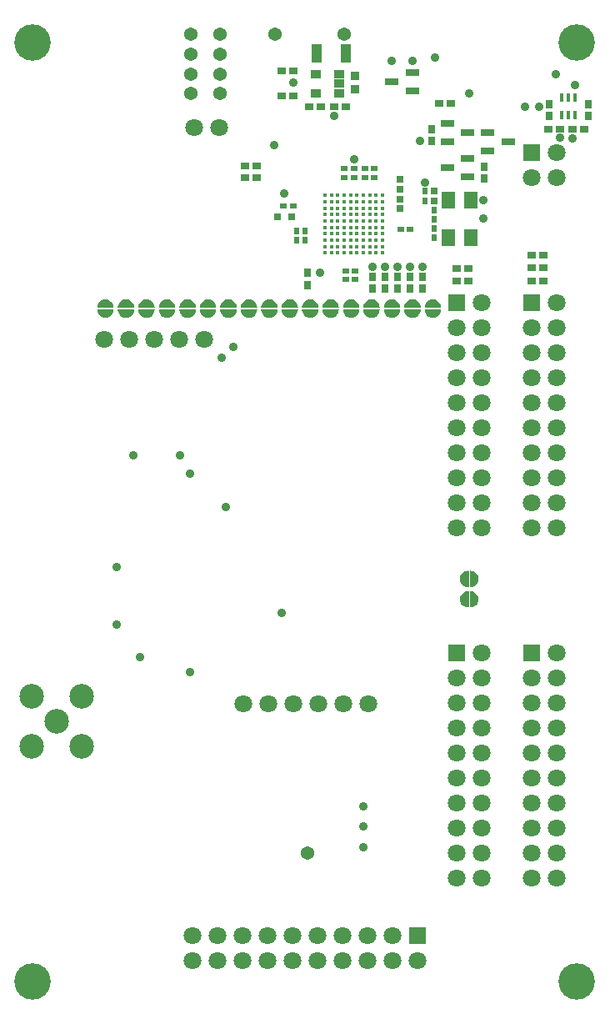
<source format=gbs>
%FSLAX43Y43*%
%MOMM*%
G71*
G01*
G75*
G04 Layer_Color=16711935*
%ADD10O,0.800X0.400*%
%ADD11R,0.205X0.282*%
%ADD12R,0.600X0.900*%
%ADD13C,0.800*%
%ADD14R,0.650X0.800*%
%ADD15R,0.800X0.650*%
%ADD16R,0.600X0.550*%
%ADD17R,0.550X0.600*%
%ADD18R,0.500X0.650*%
%ADD19R,1.200X1.200*%
%ADD20R,1.000X2.250*%
%ADD21R,0.900X0.600*%
%ADD22R,0.500X0.600*%
%ADD23R,0.650X0.500*%
%ADD24R,0.700X0.700*%
%ADD25R,0.305X0.584*%
%ADD26R,0.350X0.700*%
%ADD27R,1.100X0.600*%
%ADD28R,1.100X1.000*%
%ADD29R,1.200X1.200*%
%ADD30R,1.300X1.400*%
%ADD31R,0.850X0.300*%
%ADD32O,0.280X0.800*%
%ADD33O,0.800X0.280*%
%ADD34R,7.650X7.650*%
%ADD35R,1.300X1.600*%
%ADD36R,1.100X1.300*%
%ADD37R,2.300X1.900*%
%ADD38R,0.400X1.400*%
%ADD39R,1.775X1.900*%
%ADD40R,0.600X1.000*%
G04:AMPARAMS|DCode=41|XSize=0.205mm|YSize=0.282mm|CornerRadius=0mm|HoleSize=0mm|Usage=FLASHONLY|Rotation=225.000|XOffset=0mm|YOffset=0mm|HoleType=Round|Shape=Rectangle|*
%AMROTATEDRECTD41*
4,1,4,-0.027,0.172,0.172,-0.027,0.027,-0.172,-0.172,0.027,-0.027,0.172,0.0*
%
%ADD41ROTATEDRECTD41*%

G04:AMPARAMS|DCode=42|XSize=0.205mm|YSize=0.282mm|CornerRadius=0mm|HoleSize=0mm|Usage=FLASHONLY|Rotation=135.000|XOffset=0mm|YOffset=0mm|HoleType=Round|Shape=Rectangle|*
%AMROTATEDRECTD42*
4,1,4,0.172,0.027,-0.027,-0.172,-0.172,-0.027,0.027,0.172,0.172,0.027,0.0*
%
%ADD42ROTATEDRECTD42*%

%ADD43R,0.282X0.205*%
%ADD44C,0.216*%
%ADD45C,0.150*%
%ADD46C,0.125*%
%ADD47C,0.160*%
%ADD48C,0.300*%
%ADD49C,0.200*%
%ADD50C,0.180*%
%ADD51C,0.254*%
%ADD52R,0.216X2.303*%
%ADD53R,2.386X0.197*%
%ADD54R,0.598X0.716*%
%ADD55R,0.600X0.670*%
%ADD56R,0.763X0.125*%
%ADD57R,0.601X0.571*%
%ADD58R,1.650X0.550*%
%ADD59R,2.025X0.450*%
%ADD60R,0.350X3.200*%
%ADD61R,0.450X2.959*%
%ADD62C,3.600*%
%ADD63R,1.700X1.700*%
%ADD64C,1.700*%
%ADD65R,1.700X1.700*%
%ADD66C,1.270*%
%ADD67C,2.400*%
%ADD68C,0.550*%
%ADD69C,0.350*%
%ADD70C,0.380*%
%ADD71C,0.500*%
G04:AMPARAMS|DCode=72|XSize=4.224mm|YSize=4.224mm|CornerRadius=0mm|HoleSize=0mm|Usage=FLASHONLY|Rotation=0.000|XOffset=0mm|YOffset=0mm|HoleType=Round|Shape=Relief|Width=0.254mm|Gap=0.254mm|Entries=4|*
%AMTHD72*
7,0,0,4.224,3.716,0.254,45*
%
%ADD72THD72*%
%ADD73C,1.400*%
G04:AMPARAMS|DCode=74|XSize=2.524mm|YSize=2.524mm|CornerRadius=0mm|HoleSize=0mm|Usage=FLASHONLY|Rotation=0.000|XOffset=0mm|YOffset=0mm|HoleType=Round|Shape=Relief|Width=0.254mm|Gap=0.254mm|Entries=4|*
%AMTHD74*
7,0,0,2.524,2.016,0.254,45*
%
%ADD74THD74*%
%ADD75C,1.600*%
G04:AMPARAMS|DCode=76|XSize=2.724mm|YSize=2.724mm|CornerRadius=0mm|HoleSize=0mm|Usage=FLASHONLY|Rotation=0.000|XOffset=0mm|YOffset=0mm|HoleType=Round|Shape=Relief|Width=0.254mm|Gap=0.254mm|Entries=4|*
%AMTHD76*
7,0,0,2.724,2.216,0.254,45*
%
%ADD76THD76*%
%ADD77C,1.900*%
G04:AMPARAMS|DCode=78|XSize=3.124mm|YSize=3.124mm|CornerRadius=0mm|HoleSize=0mm|Usage=FLASHONLY|Rotation=0.000|XOffset=0mm|YOffset=0mm|HoleType=Round|Shape=Relief|Width=0.254mm|Gap=0.254mm|Entries=4|*
%AMTHD78*
7,0,0,3.124,2.616,0.254,45*
%
%ADD78THD78*%
%ADD79C,0.650*%
%ADD80C,3.100*%
%ADD81C,2.000*%
%ADD82R,1.300X0.600*%
%ADD83R,0.950X1.750*%
%ADD84R,0.762X0.762*%
%ADD85R,0.350X0.850*%
%ADD86C,0.280*%
%ADD87R,0.900X0.650*%
%ADD88R,1.300X1.600*%
%ADD89C,0.400*%
%ADD90C,0.250*%
%ADD91C,1.000*%
%ADD92C,0.102*%
%ADD93C,0.100*%
%ADD94C,0.112*%
%ADD95R,0.800X1.000*%
%ADD96R,0.875X0.550*%
%ADD97R,2.100X2.100*%
%ADD98R,2.100X2.100*%
%ADD99R,1.750X1.750*%
%ADD100R,1.800X1.800*%
%ADD101R,1.800X2.000*%
%ADD102R,2.000X1.800*%
%ADD103R,1.700X1.700*%
%ADD104R,0.300X0.400*%
%ADD105O,0.220X0.740*%
%ADD106O,0.740X0.220*%
%ADD107R,2.050X2.050*%
%ADD108R,1.800X0.700*%
%ADD109O,0.900X0.500*%
%ADD110R,0.332X0.408*%
%ADD111R,0.700X1.000*%
%ADD112C,0.900*%
%ADD113R,0.750X0.900*%
%ADD114R,0.900X0.750*%
%ADD115R,0.700X0.650*%
%ADD116R,0.650X0.700*%
%ADD117R,0.600X0.750*%
%ADD118R,1.300X1.300*%
%ADD119R,1.100X2.350*%
%ADD120R,1.000X0.700*%
%ADD121R,0.600X0.700*%
%ADD122R,0.750X0.600*%
%ADD123R,0.800X0.800*%
%ADD124R,0.405X0.684*%
%ADD125R,0.450X0.800*%
%ADD126R,1.200X0.700*%
%ADD127R,1.200X1.100*%
%ADD128R,1.300X1.300*%
%ADD129R,1.400X1.500*%
%ADD130R,0.950X0.400*%
%ADD131R,1.400X1.700*%
%ADD132R,1.200X1.400*%
%ADD133R,2.400X2.000*%
%ADD134R,0.500X1.500*%
%ADD135R,1.875X2.000*%
%ADD136R,0.700X1.100*%
G04:AMPARAMS|DCode=137|XSize=0.332mm|YSize=0.408mm|CornerRadius=0mm|HoleSize=0mm|Usage=FLASHONLY|Rotation=225.000|XOffset=0mm|YOffset=0mm|HoleType=Round|Shape=Rectangle|*
%AMROTATEDRECTD137*
4,1,4,-0.027,0.261,0.261,-0.027,0.027,-0.261,-0.261,0.027,-0.027,0.261,0.0*
%
%ADD137ROTATEDRECTD137*%

G04:AMPARAMS|DCode=138|XSize=0.332mm|YSize=0.408mm|CornerRadius=0mm|HoleSize=0mm|Usage=FLASHONLY|Rotation=135.000|XOffset=0mm|YOffset=0mm|HoleType=Round|Shape=Rectangle|*
%AMROTATEDRECTD138*
4,1,4,0.261,0.027,-0.027,-0.261,-0.261,-0.027,0.027,0.261,0.261,0.027,0.0*
%
%ADD138ROTATEDRECTD138*%

%ADD139R,0.408X0.332*%
%ADD140C,3.700*%
%ADD141R,1.800X1.800*%
%ADD142C,1.800*%
%ADD143R,1.800X1.800*%
%ADD144C,1.370*%
%ADD145C,2.500*%
%ADD146R,1.400X0.700*%
%ADD147R,1.050X1.850*%
%ADD148R,0.862X0.862*%
%ADD149R,0.450X0.950*%
%ADD150R,1.080X0.830*%
%ADD151R,1.400X1.700*%
G36*
X-18282Y-29375D02*
X-18278Y-29374D01*
X-18272Y-29377D01*
X-18265Y-29378D01*
X-18263Y-29380D01*
X-18259Y-29381D01*
X-18254Y-29385D01*
X-18249Y-29389D01*
X-18247Y-29392D01*
X-18244Y-29394D01*
X-18242Y-29400D01*
X-18238Y-29405D01*
X-18237Y-29409D01*
X-18236Y-29412D01*
X-18235Y-29418D01*
X-18234Y-29425D01*
X-18235Y-29428D01*
X-18234Y-29432D01*
X-18261Y-29635D01*
X-18263Y-29642D01*
X-18265Y-29648D01*
X-18343Y-29838D01*
X-18347Y-29843D01*
X-18350Y-29849D01*
X-18475Y-30012D01*
X-18480Y-30017D01*
X-18484Y-30022D01*
X-18647Y-30147D01*
X-18653Y-30150D01*
X-18659Y-30153D01*
X-18848Y-30232D01*
X-18855Y-30233D01*
X-18861Y-30235D01*
X-19065Y-30262D01*
X-19068Y-30262D01*
X-19072Y-30263D01*
X-19075Y-30262D01*
X-19078Y-30262D01*
X-19282Y-30235D01*
X-19288Y-30233D01*
X-19295Y-30232D01*
X-19485Y-30153D01*
X-19490Y-30150D01*
X-19496Y-30147D01*
X-19659Y-30022D01*
X-19663Y-30017D01*
X-19668Y-30012D01*
X-19793Y-29849D01*
X-19796Y-29843D01*
X-19800Y-29838D01*
X-19879Y-29648D01*
X-19880Y-29642D01*
X-19882Y-29635D01*
X-19909Y-29432D01*
X-19909Y-29428D01*
X-19909Y-29425D01*
X-19908Y-29418D01*
X-19908Y-29412D01*
X-19906Y-29409D01*
X-19905Y-29405D01*
X-19902Y-29400D01*
X-19899Y-29394D01*
X-19896Y-29392D01*
X-19894Y-29389D01*
X-19889Y-29385D01*
X-19884Y-29381D01*
X-19881Y-29380D01*
X-19878Y-29378D01*
X-19871Y-29377D01*
X-19865Y-29374D01*
X-19862Y-29375D01*
X-19858Y-29374D01*
X-18285D01*
X-18282Y-29375D01*
D02*
G37*
G36*
X-16207D02*
X-16203Y-29374D01*
X-16197Y-29377D01*
X-16190Y-29378D01*
X-16188Y-29380D01*
X-16184Y-29381D01*
X-16179Y-29385D01*
X-16174Y-29389D01*
X-16172Y-29392D01*
X-16169Y-29394D01*
X-16167Y-29400D01*
X-16163Y-29405D01*
X-16162Y-29409D01*
X-16161Y-29412D01*
X-16160Y-29418D01*
X-16159Y-29425D01*
X-16160Y-29428D01*
X-16159Y-29432D01*
X-16186Y-29635D01*
X-16188Y-29642D01*
X-16190Y-29648D01*
X-16268Y-29838D01*
X-16272Y-29843D01*
X-16275Y-29849D01*
X-16400Y-30012D01*
X-16405Y-30017D01*
X-16409Y-30022D01*
X-16572Y-30147D01*
X-16578Y-30150D01*
X-16584Y-30153D01*
X-16774Y-30232D01*
X-16780Y-30233D01*
X-16786Y-30235D01*
X-16990Y-30262D01*
X-16993Y-30262D01*
X-16997Y-30263D01*
X-17000Y-30262D01*
X-17003Y-30262D01*
X-17207Y-30235D01*
X-17213Y-30233D01*
X-17220Y-30232D01*
X-17410Y-30153D01*
X-17415Y-30150D01*
X-17421Y-30147D01*
X-17584Y-30022D01*
X-17588Y-30017D01*
X-17593Y-30012D01*
X-17718Y-29849D01*
X-17721Y-29843D01*
X-17725Y-29838D01*
X-17804Y-29648D01*
X-17805Y-29642D01*
X-17807Y-29635D01*
X-17834Y-29432D01*
X-17834Y-29428D01*
X-17834Y-29425D01*
X-17833Y-29418D01*
X-17833Y-29412D01*
X-17831Y-29409D01*
X-17830Y-29405D01*
X-17827Y-29400D01*
X-17824Y-29394D01*
X-17821Y-29392D01*
X-17819Y-29389D01*
X-17814Y-29385D01*
X-17809Y-29381D01*
X-17806Y-29380D01*
X-17803Y-29378D01*
X-17796Y-29377D01*
X-17790Y-29374D01*
X-17787Y-29375D01*
X-17783Y-29374D01*
X-16210D01*
X-16207Y-29375D01*
D02*
G37*
G36*
X-28657D02*
X-28653Y-29374D01*
X-28647Y-29377D01*
X-28640Y-29378D01*
X-28638Y-29380D01*
X-28634Y-29381D01*
X-28629Y-29385D01*
X-28624Y-29389D01*
X-28622Y-29392D01*
X-28619Y-29394D01*
X-28617Y-29400D01*
X-28613Y-29405D01*
X-28612Y-29409D01*
X-28611Y-29412D01*
X-28610Y-29418D01*
X-28609Y-29425D01*
X-28610Y-29428D01*
X-28609Y-29432D01*
X-28636Y-29635D01*
X-28638Y-29642D01*
X-28640Y-29648D01*
X-28718Y-29838D01*
X-28722Y-29843D01*
X-28725Y-29849D01*
X-28850Y-30012D01*
X-28855Y-30017D01*
X-28859Y-30022D01*
X-29022Y-30147D01*
X-29028Y-30150D01*
X-29034Y-30153D01*
X-29224Y-30232D01*
X-29230Y-30233D01*
X-29236Y-30235D01*
X-29440Y-30262D01*
X-29443Y-30262D01*
X-29447Y-30263D01*
X-29450Y-30262D01*
X-29453Y-30262D01*
X-29657Y-30235D01*
X-29663Y-30233D01*
X-29670Y-30232D01*
X-29860Y-30153D01*
X-29865Y-30150D01*
X-29871Y-30147D01*
X-30034Y-30022D01*
X-30038Y-30017D01*
X-30043Y-30012D01*
X-30168Y-29849D01*
X-30171Y-29843D01*
X-30175Y-29838D01*
X-30254Y-29648D01*
X-30255Y-29642D01*
X-30257Y-29635D01*
X-30284Y-29432D01*
X-30284Y-29428D01*
X-30284Y-29425D01*
X-30283Y-29418D01*
X-30283Y-29412D01*
X-30281Y-29409D01*
X-30280Y-29405D01*
X-30277Y-29400D01*
X-30274Y-29394D01*
X-30271Y-29392D01*
X-30269Y-29389D01*
X-30264Y-29385D01*
X-30259Y-29381D01*
X-30256Y-29380D01*
X-30253Y-29378D01*
X-30246Y-29377D01*
X-30240Y-29374D01*
X-30237Y-29375D01*
X-30233Y-29374D01*
X-28660D01*
X-28657Y-29375D01*
D02*
G37*
G36*
X-20357D02*
X-20353Y-29374D01*
X-20347Y-29377D01*
X-20340Y-29378D01*
X-20338Y-29380D01*
X-20334Y-29381D01*
X-20329Y-29385D01*
X-20324Y-29389D01*
X-20322Y-29392D01*
X-20319Y-29394D01*
X-20317Y-29400D01*
X-20313Y-29405D01*
X-20312Y-29409D01*
X-20311Y-29412D01*
X-20310Y-29418D01*
X-20309Y-29425D01*
X-20310Y-29428D01*
X-20309Y-29432D01*
X-20336Y-29635D01*
X-20338Y-29642D01*
X-20340Y-29648D01*
X-20418Y-29838D01*
X-20422Y-29843D01*
X-20425Y-29849D01*
X-20550Y-30012D01*
X-20555Y-30017D01*
X-20559Y-30022D01*
X-20722Y-30147D01*
X-20728Y-30150D01*
X-20734Y-30153D01*
X-20924Y-30232D01*
X-20930Y-30233D01*
X-20936Y-30235D01*
X-21140Y-30262D01*
X-21143Y-30262D01*
X-21147Y-30263D01*
X-21150Y-30262D01*
X-21153Y-30262D01*
X-21357Y-30235D01*
X-21363Y-30233D01*
X-21370Y-30232D01*
X-21560Y-30153D01*
X-21565Y-30150D01*
X-21571Y-30147D01*
X-21734Y-30022D01*
X-21738Y-30017D01*
X-21743Y-30012D01*
X-21868Y-29849D01*
X-21871Y-29843D01*
X-21875Y-29838D01*
X-21954Y-29648D01*
X-21955Y-29642D01*
X-21957Y-29635D01*
X-21984Y-29432D01*
X-21984Y-29428D01*
X-21984Y-29425D01*
X-21983Y-29418D01*
X-21983Y-29412D01*
X-21981Y-29409D01*
X-21980Y-29405D01*
X-21977Y-29400D01*
X-21974Y-29394D01*
X-21971Y-29392D01*
X-21969Y-29389D01*
X-21964Y-29385D01*
X-21959Y-29381D01*
X-21956Y-29380D01*
X-21953Y-29378D01*
X-21946Y-29377D01*
X-21940Y-29374D01*
X-21937Y-29375D01*
X-21933Y-29374D01*
X-20360D01*
X-20357Y-29375D01*
D02*
G37*
G36*
X-49478Y-29375D02*
X-49475Y-29374D01*
X-49469Y-29377D01*
X-49462Y-29378D01*
X-49459Y-29380D01*
X-49456Y-29381D01*
X-49451Y-29385D01*
X-49446Y-29389D01*
X-49444Y-29392D01*
X-49441Y-29394D01*
X-49438Y-29400D01*
X-49435Y-29405D01*
X-49434Y-29409D01*
X-49432Y-29412D01*
X-49432Y-29418D01*
X-49431Y-29425D01*
X-49431Y-29428D01*
X-49431Y-29432D01*
X-49458Y-29635D01*
X-49460Y-29642D01*
X-49461Y-29648D01*
X-49540Y-29838D01*
X-49544Y-29843D01*
X-49547Y-29849D01*
X-49672Y-30012D01*
X-49677Y-30017D01*
X-49681Y-30022D01*
X-49844Y-30147D01*
X-49850Y-30150D01*
X-49856Y-30153D01*
X-50045Y-30232D01*
X-50052Y-30233D01*
X-50058Y-30235D01*
X-50262Y-30262D01*
X-50265Y-30262D01*
X-50268Y-30263D01*
X-50272Y-30262D01*
X-50275Y-30262D01*
X-50479Y-30235D01*
X-50485Y-30233D01*
X-50492Y-30232D01*
X-50681Y-30153D01*
X-50687Y-30150D01*
X-50693Y-30147D01*
X-50856Y-30022D01*
X-50860Y-30017D01*
X-50865Y-30012D01*
X-50990Y-29849D01*
X-50993Y-29843D01*
X-50997Y-29838D01*
X-51075Y-29648D01*
X-51077Y-29642D01*
X-51079Y-29635D01*
X-51106Y-29432D01*
X-51105Y-29428D01*
X-51106Y-29425D01*
X-51105Y-29418D01*
X-51104Y-29412D01*
X-51103Y-29409D01*
X-51102Y-29405D01*
X-51099Y-29400D01*
X-51096Y-29394D01*
X-51093Y-29392D01*
X-51091Y-29389D01*
X-51086Y-29385D01*
X-51081Y-29381D01*
X-51077Y-29380D01*
X-51075Y-29378D01*
X-51068Y-29377D01*
X-51062Y-29374D01*
X-51058Y-29375D01*
X-51055Y-29374D01*
X-49482D01*
X-49478Y-29375D01*
D02*
G37*
G36*
X-43216D02*
X-43212Y-29374D01*
X-43206Y-29377D01*
X-43200Y-29378D01*
X-43197Y-29380D01*
X-43194Y-29381D01*
X-43189Y-29385D01*
X-43183Y-29389D01*
X-43181Y-29392D01*
X-43179Y-29394D01*
X-43176Y-29400D01*
X-43172Y-29405D01*
X-43171Y-29409D01*
X-43170Y-29412D01*
X-43169Y-29418D01*
X-43168Y-29425D01*
X-43169Y-29428D01*
X-43169Y-29432D01*
X-43195Y-29635D01*
X-43198Y-29642D01*
X-43199Y-29648D01*
X-43277Y-29838D01*
X-43281Y-29843D01*
X-43284Y-29849D01*
X-43409Y-30012D01*
X-43414Y-30017D01*
X-43419Y-30022D01*
X-43581Y-30147D01*
X-43587Y-30150D01*
X-43593Y-30153D01*
X-43783Y-30232D01*
X-43789Y-30233D01*
X-43796Y-30235D01*
X-43999Y-30262D01*
X-44003Y-30262D01*
X-44006Y-30263D01*
X-44009Y-30262D01*
X-44013Y-30262D01*
X-44216Y-30235D01*
X-44222Y-30233D01*
X-44229Y-30232D01*
X-44419Y-30153D01*
X-44424Y-30150D01*
X-44430Y-30147D01*
X-44593Y-30022D01*
X-44598Y-30017D01*
X-44603Y-30012D01*
X-44728Y-29849D01*
X-44731Y-29843D01*
X-44734Y-29838D01*
X-44813Y-29648D01*
X-44814Y-29642D01*
X-44816Y-29635D01*
X-44843Y-29432D01*
X-44843Y-29428D01*
X-44844Y-29425D01*
X-44842Y-29418D01*
X-44842Y-29412D01*
X-44840Y-29409D01*
X-44840Y-29405D01*
X-44836Y-29400D01*
X-44833Y-29394D01*
X-44831Y-29392D01*
X-44829Y-29389D01*
X-44823Y-29385D01*
X-44818Y-29381D01*
X-44815Y-29380D01*
X-44812Y-29378D01*
X-44806Y-29377D01*
X-44799Y-29374D01*
X-44796Y-29375D01*
X-44793Y-29374D01*
X-43219D01*
X-43216Y-29375D01*
D02*
G37*
G36*
X-41128D02*
X-41125Y-29374D01*
X-41119Y-29377D01*
X-41112Y-29378D01*
X-41109Y-29380D01*
X-41106Y-29381D01*
X-41101Y-29385D01*
X-41096Y-29389D01*
X-41094Y-29392D01*
X-41091Y-29394D01*
X-41088Y-29400D01*
X-41085Y-29405D01*
X-41084Y-29409D01*
X-41082Y-29412D01*
X-41082Y-29418D01*
X-41081Y-29425D01*
X-41081Y-29428D01*
X-41081Y-29432D01*
X-41108Y-29635D01*
X-41110Y-29642D01*
X-41111Y-29648D01*
X-41190Y-29838D01*
X-41194Y-29843D01*
X-41197Y-29849D01*
X-41322Y-30012D01*
X-41327Y-30017D01*
X-41331Y-30022D01*
X-41494Y-30147D01*
X-41500Y-30150D01*
X-41506Y-30153D01*
X-41695Y-30232D01*
X-41702Y-30233D01*
X-41708Y-30235D01*
X-41912Y-30262D01*
X-41915Y-30262D01*
X-41918Y-30263D01*
X-41922Y-30262D01*
X-41925Y-30262D01*
X-42129Y-30235D01*
X-42135Y-30233D01*
X-42141Y-30232D01*
X-42331Y-30153D01*
X-42337Y-30150D01*
X-42343Y-30147D01*
X-42506Y-30022D01*
X-42510Y-30017D01*
X-42515Y-30012D01*
X-42640Y-29849D01*
X-42643Y-29843D01*
X-42647Y-29838D01*
X-42725Y-29648D01*
X-42727Y-29642D01*
X-42729Y-29635D01*
X-42756Y-29432D01*
X-42755Y-29428D01*
X-42756Y-29425D01*
X-42755Y-29418D01*
X-42754Y-29412D01*
X-42753Y-29409D01*
X-42752Y-29405D01*
X-42749Y-29400D01*
X-42746Y-29394D01*
X-42743Y-29392D01*
X-42741Y-29389D01*
X-42736Y-29385D01*
X-42731Y-29381D01*
X-42727Y-29380D01*
X-42725Y-29378D01*
X-42718Y-29377D01*
X-42712Y-29374D01*
X-42708Y-29375D01*
X-42705Y-29374D01*
X-41132D01*
X-41128Y-29375D01*
D02*
G37*
G36*
X-47391D02*
X-47388Y-29374D01*
X-47381Y-29377D01*
X-47375Y-29378D01*
X-47372Y-29380D01*
X-47369Y-29381D01*
X-47364Y-29385D01*
X-47358Y-29389D01*
X-47356Y-29392D01*
X-47354Y-29394D01*
X-47351Y-29400D01*
X-47347Y-29405D01*
X-47346Y-29409D01*
X-47345Y-29412D01*
X-47344Y-29418D01*
X-47343Y-29425D01*
X-47344Y-29428D01*
X-47344Y-29432D01*
X-47370Y-29635D01*
X-47373Y-29642D01*
X-47374Y-29648D01*
X-47452Y-29838D01*
X-47456Y-29843D01*
X-47459Y-29849D01*
X-47584Y-30012D01*
X-47589Y-30017D01*
X-47594Y-30022D01*
X-47757Y-30147D01*
X-47762Y-30150D01*
X-47768Y-30153D01*
X-47958Y-30232D01*
X-47964Y-30233D01*
X-47971Y-30235D01*
X-48174Y-30262D01*
X-48178Y-30262D01*
X-48181Y-30263D01*
X-48184Y-30262D01*
X-48188Y-30262D01*
X-48391Y-30235D01*
X-48397Y-30233D01*
X-48404Y-30232D01*
X-48594Y-30153D01*
X-48599Y-30150D01*
X-48605Y-30147D01*
X-48768Y-30022D01*
X-48773Y-30017D01*
X-48778Y-30012D01*
X-48903Y-29849D01*
X-48906Y-29843D01*
X-48909Y-29838D01*
X-48988Y-29648D01*
X-48989Y-29642D01*
X-48991Y-29635D01*
X-49018Y-29432D01*
X-49018Y-29428D01*
X-49019Y-29425D01*
X-49017Y-29418D01*
X-49017Y-29412D01*
X-49015Y-29409D01*
X-49015Y-29405D01*
X-49011Y-29400D01*
X-49008Y-29394D01*
X-49006Y-29392D01*
X-49004Y-29389D01*
X-48998Y-29385D01*
X-48993Y-29381D01*
X-48990Y-29380D01*
X-48987Y-29378D01*
X-48981Y-29377D01*
X-48974Y-29374D01*
X-48971Y-29375D01*
X-48968Y-29374D01*
X-47394D01*
X-47391Y-29375D01*
D02*
G37*
G36*
X-45303D02*
X-45300Y-29374D01*
X-45294Y-29377D01*
X-45287Y-29378D01*
X-45284Y-29380D01*
X-45281Y-29381D01*
X-45276Y-29385D01*
X-45271Y-29389D01*
X-45269Y-29392D01*
X-45266Y-29394D01*
X-45263Y-29400D01*
X-45260Y-29405D01*
X-45259Y-29409D01*
X-45257Y-29412D01*
X-45257Y-29418D01*
X-45256Y-29425D01*
X-45256Y-29428D01*
X-45256Y-29432D01*
X-45283Y-29635D01*
X-45285Y-29642D01*
X-45286Y-29648D01*
X-45365Y-29838D01*
X-45369Y-29843D01*
X-45372Y-29849D01*
X-45497Y-30012D01*
X-45502Y-30017D01*
X-45506Y-30022D01*
X-45669Y-30147D01*
X-45675Y-30150D01*
X-45681Y-30153D01*
X-45870Y-30232D01*
X-45877Y-30233D01*
X-45883Y-30235D01*
X-46087Y-30262D01*
X-46090Y-30262D01*
X-46093Y-30263D01*
X-46097Y-30262D01*
X-46100Y-30262D01*
X-46304Y-30235D01*
X-46310Y-30233D01*
X-46317Y-30232D01*
X-46506Y-30153D01*
X-46512Y-30150D01*
X-46518Y-30147D01*
X-46681Y-30022D01*
X-46685Y-30017D01*
X-46690Y-30012D01*
X-46815Y-29849D01*
X-46818Y-29843D01*
X-46822Y-29838D01*
X-46900Y-29648D01*
X-46902Y-29642D01*
X-46904Y-29635D01*
X-46931Y-29432D01*
X-46930Y-29428D01*
X-46931Y-29425D01*
X-46930Y-29418D01*
X-46929Y-29412D01*
X-46928Y-29409D01*
X-46927Y-29405D01*
X-46924Y-29400D01*
X-46921Y-29394D01*
X-46918Y-29392D01*
X-46916Y-29389D01*
X-46911Y-29385D01*
X-46906Y-29381D01*
X-46902Y-29380D01*
X-46900Y-29378D01*
X-46893Y-29377D01*
X-46887Y-29374D01*
X-46883Y-29375D01*
X-46880Y-29374D01*
X-45307D01*
X-45303Y-29375D01*
D02*
G37*
G36*
X-30732Y-29375D02*
X-30728Y-29374D01*
X-30722Y-29377D01*
X-30715Y-29378D01*
X-30713Y-29380D01*
X-30709Y-29381D01*
X-30704Y-29385D01*
X-30699Y-29389D01*
X-30697Y-29392D01*
X-30694Y-29394D01*
X-30692Y-29400D01*
X-30688Y-29405D01*
X-30687Y-29409D01*
X-30686Y-29412D01*
X-30685Y-29418D01*
X-30684Y-29425D01*
X-30685Y-29428D01*
X-30684Y-29432D01*
X-30711Y-29635D01*
X-30713Y-29642D01*
X-30715Y-29648D01*
X-30793Y-29838D01*
X-30797Y-29843D01*
X-30800Y-29849D01*
X-30925Y-30012D01*
X-30930Y-30017D01*
X-30934Y-30022D01*
X-31097Y-30147D01*
X-31103Y-30150D01*
X-31109Y-30153D01*
X-31299Y-30232D01*
X-31305Y-30233D01*
X-31311Y-30235D01*
X-31515Y-30262D01*
X-31518Y-30262D01*
X-31522Y-30263D01*
X-31525Y-30262D01*
X-31528Y-30262D01*
X-31732Y-30235D01*
X-31738Y-30233D01*
X-31745Y-30232D01*
X-31935Y-30153D01*
X-31940Y-30150D01*
X-31946Y-30147D01*
X-32109Y-30022D01*
X-32113Y-30017D01*
X-32118Y-30012D01*
X-32243Y-29849D01*
X-32246Y-29843D01*
X-32250Y-29838D01*
X-32329Y-29648D01*
X-32330Y-29642D01*
X-32332Y-29635D01*
X-32359Y-29432D01*
X-32359Y-29428D01*
X-32359Y-29425D01*
X-32358Y-29418D01*
X-32358Y-29412D01*
X-32356Y-29409D01*
X-32355Y-29405D01*
X-32352Y-29400D01*
X-32349Y-29394D01*
X-32346Y-29392D01*
X-32344Y-29389D01*
X-32339Y-29385D01*
X-32334Y-29381D01*
X-32331Y-29380D01*
X-32328Y-29378D01*
X-32321Y-29377D01*
X-32315Y-29374D01*
X-32312Y-29375D01*
X-32308Y-29374D01*
X-30735D01*
X-30732Y-29375D01*
D02*
G37*
G36*
X-13197Y-55935D02*
X-13193Y-55934D01*
X-12990Y-55961D01*
X-12983Y-55963D01*
X-12977Y-55965D01*
X-12787Y-56043D01*
X-12782Y-56047D01*
X-12776Y-56050D01*
X-12613Y-56175D01*
X-12608Y-56180D01*
X-12603Y-56184D01*
X-12478Y-56347D01*
X-12475Y-56353D01*
X-12472Y-56359D01*
X-12393Y-56549D01*
X-12392Y-56555D01*
X-12390Y-56561D01*
X-12363Y-56765D01*
X-12363Y-56768D01*
X-12362Y-56772D01*
X-12363Y-56775D01*
X-12363Y-56778D01*
X-12390Y-56982D01*
X-12392Y-56988D01*
X-12393Y-56995D01*
X-12472Y-57185D01*
X-12475Y-57190D01*
X-12478Y-57196D01*
X-12603Y-57359D01*
X-12608Y-57363D01*
X-12613Y-57368D01*
X-12776Y-57493D01*
X-12782Y-57496D01*
X-12787Y-57500D01*
X-12977Y-57579D01*
X-12983Y-57580D01*
X-12990Y-57582D01*
X-13193Y-57609D01*
X-13197Y-57609D01*
X-13200Y-57609D01*
X-13207Y-57608D01*
X-13213Y-57608D01*
X-13216Y-57606D01*
X-13220Y-57605D01*
X-13225Y-57602D01*
X-13231Y-57599D01*
X-13233Y-57596D01*
X-13236Y-57594D01*
X-13240Y-57589D01*
X-13244Y-57584D01*
X-13245Y-57581D01*
X-13247Y-57578D01*
X-13248Y-57571D01*
X-13251Y-57565D01*
X-13250Y-57562D01*
X-13251Y-57558D01*
Y-55992D01*
Y-55985D01*
X-13250Y-55982D01*
X-13251Y-55978D01*
X-13248Y-55972D01*
X-13247Y-55965D01*
X-13245Y-55963D01*
X-13244Y-55959D01*
X-13240Y-55954D01*
X-13236Y-55949D01*
X-13233Y-55947D01*
X-13231Y-55944D01*
X-13225Y-55942D01*
X-13220Y-55938D01*
X-13216Y-55937D01*
X-13213Y-55936D01*
X-13207Y-55935D01*
X-13200Y-55934D01*
X-13197Y-55935D01*
D02*
G37*
G36*
X-13393Y-55935D02*
X-13387Y-55936D01*
X-13384Y-55937D01*
X-13380Y-55938D01*
X-13375Y-55942D01*
X-13369Y-55944D01*
X-13367Y-55947D01*
X-13364Y-55949D01*
X-13360Y-55954D01*
X-13356Y-55959D01*
X-13355Y-55963D01*
X-13353Y-55965D01*
X-13352Y-55972D01*
X-13349Y-55978D01*
X-13350Y-55982D01*
X-13349Y-55985D01*
Y-55992D01*
Y-57558D01*
X-13350Y-57562D01*
X-13349Y-57565D01*
X-13352Y-57571D01*
X-13353Y-57578D01*
X-13355Y-57581D01*
X-13356Y-57584D01*
X-13360Y-57589D01*
X-13364Y-57594D01*
X-13367Y-57596D01*
X-13369Y-57599D01*
X-13375Y-57602D01*
X-13380Y-57605D01*
X-13384Y-57606D01*
X-13387Y-57608D01*
X-13393Y-57608D01*
X-13400Y-57609D01*
X-13403Y-57609D01*
X-13407Y-57609D01*
X-13610Y-57582D01*
X-13617Y-57580D01*
X-13623Y-57579D01*
X-13813Y-57500D01*
X-13818Y-57496D01*
X-13824Y-57493D01*
X-13987Y-57368D01*
X-13992Y-57363D01*
X-13997Y-57359D01*
X-14122Y-57196D01*
X-14125Y-57190D01*
X-14128Y-57185D01*
X-14207Y-56995D01*
X-14208Y-56988D01*
X-14210Y-56982D01*
X-14237Y-56778D01*
X-14237Y-56775D01*
X-14238Y-56772D01*
X-14237Y-56768D01*
X-14237Y-56765D01*
X-14210Y-56561D01*
X-14208Y-56555D01*
X-14207Y-56549D01*
X-14128Y-56359D01*
X-14125Y-56353D01*
X-14122Y-56347D01*
X-13997Y-56184D01*
X-13992Y-56180D01*
X-13987Y-56175D01*
X-13824Y-56050D01*
X-13818Y-56047D01*
X-13813Y-56043D01*
X-13623Y-55965D01*
X-13617Y-55963D01*
X-13610Y-55961D01*
X-13407Y-55934D01*
X-13403Y-55935D01*
X-13400Y-55934D01*
X-13393Y-55935D01*
D02*
G37*
G36*
X-13197Y-58010D02*
X-13193Y-58009D01*
X-12990Y-58036D01*
X-12983Y-58038D01*
X-12977Y-58040D01*
X-12787Y-58118D01*
X-12782Y-58122D01*
X-12776Y-58125D01*
X-12613Y-58250D01*
X-12608Y-58255D01*
X-12603Y-58259D01*
X-12478Y-58422D01*
X-12475Y-58428D01*
X-12472Y-58434D01*
X-12393Y-58624D01*
X-12392Y-58630D01*
X-12390Y-58636D01*
X-12363Y-58840D01*
X-12363Y-58843D01*
X-12362Y-58847D01*
X-12363Y-58850D01*
X-12363Y-58853D01*
X-12390Y-59057D01*
X-12392Y-59063D01*
X-12393Y-59070D01*
X-12472Y-59260D01*
X-12475Y-59265D01*
X-12478Y-59271D01*
X-12603Y-59434D01*
X-12608Y-59438D01*
X-12613Y-59443D01*
X-12776Y-59568D01*
X-12782Y-59571D01*
X-12787Y-59575D01*
X-12977Y-59654D01*
X-12983Y-59655D01*
X-12990Y-59657D01*
X-13193Y-59684D01*
X-13197Y-59684D01*
X-13200Y-59684D01*
X-13207Y-59683D01*
X-13213Y-59683D01*
X-13216Y-59681D01*
X-13220Y-59680D01*
X-13225Y-59677D01*
X-13231Y-59674D01*
X-13233Y-59671D01*
X-13236Y-59669D01*
X-13240Y-59664D01*
X-13244Y-59659D01*
X-13245Y-59656D01*
X-13247Y-59653D01*
X-13248Y-59646D01*
X-13251Y-59640D01*
X-13250Y-59637D01*
X-13251Y-59633D01*
Y-58067D01*
Y-58060D01*
X-13250Y-58057D01*
X-13251Y-58053D01*
X-13248Y-58047D01*
X-13247Y-58040D01*
X-13245Y-58038D01*
X-13244Y-58034D01*
X-13240Y-58029D01*
X-13236Y-58024D01*
X-13233Y-58022D01*
X-13231Y-58019D01*
X-13225Y-58017D01*
X-13220Y-58013D01*
X-13216Y-58012D01*
X-13213Y-58011D01*
X-13207Y-58010D01*
X-13200Y-58009D01*
X-13197Y-58010D01*
D02*
G37*
G36*
X-13393Y-58010D02*
X-13387Y-58011D01*
X-13384Y-58012D01*
X-13380Y-58013D01*
X-13375Y-58017D01*
X-13369Y-58019D01*
X-13367Y-58022D01*
X-13364Y-58024D01*
X-13360Y-58029D01*
X-13356Y-58034D01*
X-13355Y-58038D01*
X-13353Y-58040D01*
X-13352Y-58047D01*
X-13349Y-58053D01*
X-13350Y-58057D01*
X-13349Y-58060D01*
Y-58067D01*
Y-59633D01*
X-13350Y-59637D01*
X-13349Y-59640D01*
X-13352Y-59646D01*
X-13353Y-59653D01*
X-13355Y-59656D01*
X-13356Y-59659D01*
X-13360Y-59664D01*
X-13364Y-59669D01*
X-13367Y-59671D01*
X-13369Y-59674D01*
X-13375Y-59677D01*
X-13380Y-59680D01*
X-13384Y-59681D01*
X-13387Y-59683D01*
X-13393Y-59683D01*
X-13400Y-59684D01*
X-13403Y-59684D01*
X-13407Y-59684D01*
X-13610Y-59657D01*
X-13617Y-59655D01*
X-13623Y-59654D01*
X-13813Y-59575D01*
X-13818Y-59571D01*
X-13824Y-59568D01*
X-13987Y-59443D01*
X-13992Y-59438D01*
X-13997Y-59434D01*
X-14122Y-59271D01*
X-14125Y-59265D01*
X-14128Y-59260D01*
X-14207Y-59070D01*
X-14208Y-59063D01*
X-14210Y-59057D01*
X-14237Y-58853D01*
X-14237Y-58850D01*
X-14238Y-58847D01*
X-14237Y-58843D01*
X-14237Y-58840D01*
X-14210Y-58636D01*
X-14208Y-58630D01*
X-14207Y-58624D01*
X-14128Y-58434D01*
X-14125Y-58428D01*
X-14122Y-58422D01*
X-13997Y-58259D01*
X-13992Y-58255D01*
X-13987Y-58250D01*
X-13824Y-58125D01*
X-13818Y-58122D01*
X-13813Y-58118D01*
X-13623Y-58040D01*
X-13617Y-58038D01*
X-13610Y-58036D01*
X-13407Y-58009D01*
X-13403Y-58010D01*
X-13400Y-58009D01*
X-13393Y-58010D01*
D02*
G37*
G36*
X-26581Y-29376D02*
X-26577Y-29376D01*
X-26571Y-29378D01*
X-26564Y-29379D01*
X-26562Y-29381D01*
X-26558Y-29382D01*
X-26553Y-29387D01*
X-26548Y-29390D01*
X-26546Y-29393D01*
X-26543Y-29395D01*
X-26541Y-29401D01*
X-26537Y-29407D01*
X-26536Y-29410D01*
X-26535Y-29413D01*
X-26534Y-29420D01*
X-26533Y-29427D01*
X-26534Y-29430D01*
X-26533Y-29433D01*
X-26560Y-29637D01*
X-26562Y-29643D01*
X-26564Y-29650D01*
X-26642Y-29839D01*
X-26646Y-29845D01*
X-26649Y-29851D01*
X-26774Y-30014D01*
X-26779Y-30018D01*
X-26783Y-30023D01*
X-26946Y-30148D01*
X-26952Y-30151D01*
X-26958Y-30155D01*
X-27147Y-30234D01*
X-27154Y-30235D01*
X-27160Y-30237D01*
X-27364Y-30264D01*
X-27367Y-30264D01*
X-27371Y-30264D01*
X-27374Y-30264D01*
X-27377Y-30264D01*
X-27581Y-30237D01*
X-27587Y-30235D01*
X-27594Y-30234D01*
X-27784Y-30155D01*
X-27789Y-30151D01*
X-27795Y-30148D01*
X-27958Y-30023D01*
X-27962Y-30018D01*
X-27967Y-30014D01*
X-28092Y-29851D01*
X-28095Y-29845D01*
X-28099Y-29839D01*
X-28178Y-29650D01*
X-28179Y-29643D01*
X-28181Y-29637D01*
X-28208Y-29433D01*
X-28208Y-29430D01*
X-28208Y-29427D01*
X-28207Y-29420D01*
X-28207Y-29413D01*
X-28205Y-29410D01*
X-28204Y-29407D01*
X-28201Y-29401D01*
X-28198Y-29395D01*
X-28195Y-29393D01*
X-28193Y-29390D01*
X-28188Y-29387D01*
X-28183Y-29382D01*
X-28180Y-29381D01*
X-28177Y-29379D01*
X-28170Y-29378D01*
X-28164Y-29376D01*
X-28161Y-29376D01*
X-28157Y-29376D01*
X-26584D01*
X-26581Y-29376D01*
D02*
G37*
G36*
X-39057Y-29375D02*
X-39053Y-29374D01*
X-39047Y-29377D01*
X-39040Y-29378D01*
X-39038Y-29380D01*
X-39034Y-29381D01*
X-39029Y-29385D01*
X-39024Y-29389D01*
X-39022Y-29392D01*
X-39019Y-29394D01*
X-39017Y-29400D01*
X-39013Y-29405D01*
X-39012Y-29409D01*
X-39011Y-29412D01*
X-39010Y-29418D01*
X-39009Y-29425D01*
X-39010Y-29428D01*
X-39009Y-29432D01*
X-39036Y-29635D01*
X-39038Y-29642D01*
X-39040Y-29648D01*
X-39118Y-29838D01*
X-39122Y-29843D01*
X-39125Y-29849D01*
X-39250Y-30012D01*
X-39255Y-30017D01*
X-39259Y-30022D01*
X-39422Y-30147D01*
X-39428Y-30150D01*
X-39434Y-30153D01*
X-39624Y-30232D01*
X-39630Y-30233D01*
X-39636Y-30235D01*
X-39840Y-30262D01*
X-39843Y-30262D01*
X-39847Y-30263D01*
X-39850Y-30262D01*
X-39853Y-30262D01*
X-40057Y-30235D01*
X-40063Y-30233D01*
X-40070Y-30232D01*
X-40260Y-30153D01*
X-40265Y-30150D01*
X-40271Y-30147D01*
X-40434Y-30022D01*
X-40438Y-30017D01*
X-40443Y-30012D01*
X-40568Y-29849D01*
X-40571Y-29843D01*
X-40575Y-29838D01*
X-40654Y-29648D01*
X-40655Y-29642D01*
X-40657Y-29635D01*
X-40684Y-29432D01*
X-40684Y-29428D01*
X-40684Y-29425D01*
X-40683Y-29418D01*
X-40683Y-29412D01*
X-40681Y-29409D01*
X-40680Y-29405D01*
X-40677Y-29400D01*
X-40674Y-29394D01*
X-40671Y-29392D01*
X-40669Y-29389D01*
X-40664Y-29385D01*
X-40659Y-29381D01*
X-40656Y-29380D01*
X-40653Y-29378D01*
X-40646Y-29377D01*
X-40640Y-29374D01*
X-40637Y-29375D01*
X-40633Y-29374D01*
X-39060D01*
X-39057Y-29375D01*
D02*
G37*
G36*
X-36982D02*
X-36978Y-29374D01*
X-36972Y-29377D01*
X-36965Y-29378D01*
X-36963Y-29380D01*
X-36959Y-29381D01*
X-36954Y-29385D01*
X-36949Y-29389D01*
X-36947Y-29392D01*
X-36944Y-29394D01*
X-36942Y-29400D01*
X-36938Y-29405D01*
X-36937Y-29409D01*
X-36936Y-29412D01*
X-36935Y-29418D01*
X-36934Y-29425D01*
X-36935Y-29428D01*
X-36934Y-29432D01*
X-36961Y-29635D01*
X-36963Y-29642D01*
X-36965Y-29648D01*
X-37043Y-29838D01*
X-37047Y-29843D01*
X-37050Y-29849D01*
X-37175Y-30012D01*
X-37180Y-30017D01*
X-37184Y-30022D01*
X-37347Y-30147D01*
X-37353Y-30150D01*
X-37359Y-30153D01*
X-37549Y-30232D01*
X-37555Y-30233D01*
X-37561Y-30235D01*
X-37765Y-30262D01*
X-37768Y-30262D01*
X-37772Y-30263D01*
X-37775Y-30262D01*
X-37778Y-30262D01*
X-37982Y-30235D01*
X-37988Y-30233D01*
X-37995Y-30232D01*
X-38185Y-30153D01*
X-38190Y-30150D01*
X-38196Y-30147D01*
X-38359Y-30022D01*
X-38363Y-30017D01*
X-38368Y-30012D01*
X-38493Y-29849D01*
X-38496Y-29843D01*
X-38500Y-29838D01*
X-38579Y-29648D01*
X-38580Y-29642D01*
X-38582Y-29635D01*
X-38609Y-29432D01*
X-38609Y-29428D01*
X-38609Y-29425D01*
X-38608Y-29418D01*
X-38608Y-29412D01*
X-38606Y-29409D01*
X-38605Y-29405D01*
X-38602Y-29400D01*
X-38599Y-29394D01*
X-38596Y-29392D01*
X-38594Y-29389D01*
X-38589Y-29385D01*
X-38584Y-29381D01*
X-38581Y-29380D01*
X-38578Y-29378D01*
X-38571Y-29377D01*
X-38565Y-29374D01*
X-38562Y-29375D01*
X-38558Y-29374D01*
X-36985D01*
X-36982Y-29375D01*
D02*
G37*
G36*
X-24508Y-29376D02*
X-24504Y-29376D01*
X-24498Y-29378D01*
X-24492Y-29379D01*
X-24489Y-29381D01*
X-24486Y-29382D01*
X-24481Y-29387D01*
X-24475Y-29390D01*
X-24473Y-29393D01*
X-24471Y-29395D01*
X-24468Y-29401D01*
X-24464Y-29407D01*
X-24463Y-29410D01*
X-24462Y-29413D01*
X-24461Y-29420D01*
X-24460Y-29427D01*
X-24461Y-29430D01*
X-24461Y-29433D01*
X-24487Y-29637D01*
X-24490Y-29643D01*
X-24491Y-29650D01*
X-24569Y-29839D01*
X-24573Y-29845D01*
X-24576Y-29851D01*
X-24701Y-30014D01*
X-24706Y-30018D01*
X-24711Y-30023D01*
X-24873Y-30148D01*
X-24879Y-30151D01*
X-24885Y-30155D01*
X-25075Y-30234D01*
X-25081Y-30235D01*
X-25088Y-30237D01*
X-25291Y-30264D01*
X-25295Y-30264D01*
X-25298Y-30264D01*
X-25301Y-30264D01*
X-25305Y-30264D01*
X-25508Y-30237D01*
X-25514Y-30235D01*
X-25521Y-30234D01*
X-25711Y-30155D01*
X-25716Y-30151D01*
X-25722Y-30148D01*
X-25885Y-30023D01*
X-25890Y-30018D01*
X-25895Y-30014D01*
X-26020Y-29851D01*
X-26023Y-29845D01*
X-26026Y-29839D01*
X-26105Y-29650D01*
X-26106Y-29643D01*
X-26108Y-29637D01*
X-26135Y-29433D01*
X-26135Y-29430D01*
X-26136Y-29427D01*
X-26134Y-29420D01*
X-26134Y-29413D01*
X-26132Y-29410D01*
X-26132Y-29407D01*
X-26128Y-29401D01*
X-26125Y-29395D01*
X-26123Y-29393D01*
X-26121Y-29390D01*
X-26115Y-29387D01*
X-26110Y-29382D01*
X-26107Y-29381D01*
X-26104Y-29379D01*
X-26098Y-29378D01*
X-26091Y-29376D01*
X-26088Y-29376D01*
X-26085Y-29376D01*
X-24511D01*
X-24508Y-29376D01*
D02*
G37*
G36*
X-22431D02*
X-22427Y-29376D01*
X-22421Y-29378D01*
X-22414Y-29379D01*
X-22412Y-29381D01*
X-22408Y-29382D01*
X-22403Y-29387D01*
X-22398Y-29390D01*
X-22396Y-29393D01*
X-22393Y-29395D01*
X-22390Y-29401D01*
X-22387Y-29407D01*
X-22386Y-29410D01*
X-22385Y-29413D01*
X-22384Y-29420D01*
X-22383Y-29427D01*
X-22384Y-29430D01*
X-22383Y-29433D01*
X-22410Y-29637D01*
X-22412Y-29643D01*
X-22414Y-29650D01*
X-22492Y-29839D01*
X-22496Y-29845D01*
X-22499Y-29851D01*
X-22624Y-30014D01*
X-22629Y-30018D01*
X-22633Y-30023D01*
X-22796Y-30148D01*
X-22802Y-30151D01*
X-22808Y-30155D01*
X-22997Y-30234D01*
X-23004Y-30235D01*
X-23010Y-30237D01*
X-23214Y-30264D01*
X-23217Y-30264D01*
X-23221Y-30264D01*
X-23224Y-30264D01*
X-23227Y-30264D01*
X-23431Y-30237D01*
X-23437Y-30235D01*
X-23444Y-30234D01*
X-23633Y-30155D01*
X-23639Y-30151D01*
X-23645Y-30148D01*
X-23808Y-30023D01*
X-23812Y-30018D01*
X-23817Y-30014D01*
X-23942Y-29851D01*
X-23945Y-29845D01*
X-23949Y-29839D01*
X-24028Y-29650D01*
X-24029Y-29643D01*
X-24031Y-29637D01*
X-24058Y-29433D01*
X-24058Y-29430D01*
X-24058Y-29427D01*
X-24057Y-29420D01*
X-24057Y-29413D01*
X-24055Y-29410D01*
X-24054Y-29407D01*
X-24051Y-29401D01*
X-24048Y-29395D01*
X-24045Y-29393D01*
X-24043Y-29390D01*
X-24038Y-29387D01*
X-24033Y-29382D01*
X-24030Y-29381D01*
X-24027Y-29379D01*
X-24020Y-29378D01*
X-24014Y-29376D01*
X-24011Y-29376D01*
X-24007Y-29376D01*
X-22434D01*
X-22431Y-29376D01*
D02*
G37*
G36*
X-50265Y-28388D02*
X-50262Y-28388D01*
X-50058Y-28415D01*
X-50052Y-28417D01*
X-50045Y-28418D01*
X-49856Y-28497D01*
X-49850Y-28500D01*
X-49844Y-28503D01*
X-49681Y-28628D01*
X-49677Y-28633D01*
X-49672Y-28638D01*
X-49547Y-28801D01*
X-49544Y-28807D01*
X-49540Y-28812D01*
X-49461Y-29002D01*
X-49460Y-29008D01*
X-49458Y-29015D01*
X-49431Y-29218D01*
X-49431Y-29222D01*
X-49431Y-29225D01*
X-49432Y-29232D01*
X-49432Y-29238D01*
X-49434Y-29241D01*
X-49435Y-29245D01*
X-49438Y-29250D01*
X-49441Y-29256D01*
X-49444Y-29258D01*
X-49446Y-29261D01*
X-49451Y-29265D01*
X-49456Y-29269D01*
X-49459Y-29270D01*
X-49462Y-29272D01*
X-49469Y-29273D01*
X-49475Y-29276D01*
X-49478Y-29275D01*
X-49482Y-29276D01*
X-51055D01*
X-51058Y-29275D01*
X-51062Y-29276D01*
X-51068Y-29273D01*
X-51075Y-29272D01*
X-51077Y-29270D01*
X-51081Y-29269D01*
X-51086Y-29265D01*
X-51091Y-29261D01*
X-51093Y-29258D01*
X-51096Y-29256D01*
X-51099Y-29250D01*
X-51102Y-29245D01*
X-51103Y-29241D01*
X-51104Y-29238D01*
X-51105Y-29232D01*
X-51106Y-29225D01*
X-51105Y-29222D01*
X-51106Y-29218D01*
X-51079Y-29015D01*
X-51077Y-29008D01*
X-51075Y-29002D01*
X-50997Y-28812D01*
X-50993Y-28807D01*
X-50990Y-28801D01*
X-50865Y-28638D01*
X-50860Y-28633D01*
X-50856Y-28628D01*
X-50693Y-28503D01*
X-50687Y-28500D01*
X-50681Y-28497D01*
X-50492Y-28418D01*
X-50485Y-28417D01*
X-50479Y-28415D01*
X-50275Y-28388D01*
X-50272Y-28388D01*
X-50268Y-28387D01*
X-50265Y-28388D01*
D02*
G37*
G36*
X-48178D02*
X-48174Y-28388D01*
X-47971Y-28415D01*
X-47964Y-28417D01*
X-47958Y-28418D01*
X-47768Y-28497D01*
X-47762Y-28500D01*
X-47757Y-28503D01*
X-47594Y-28628D01*
X-47589Y-28633D01*
X-47584Y-28638D01*
X-47459Y-28801D01*
X-47456Y-28807D01*
X-47452Y-28812D01*
X-47374Y-29002D01*
X-47373Y-29008D01*
X-47370Y-29015D01*
X-47344Y-29218D01*
X-47344Y-29222D01*
X-47343Y-29225D01*
X-47344Y-29232D01*
X-47345Y-29238D01*
X-47346Y-29241D01*
X-47347Y-29245D01*
X-47351Y-29250D01*
X-47354Y-29256D01*
X-47356Y-29258D01*
X-47358Y-29261D01*
X-47364Y-29265D01*
X-47369Y-29269D01*
X-47372Y-29270D01*
X-47375Y-29272D01*
X-47381Y-29273D01*
X-47388Y-29276D01*
X-47391Y-29275D01*
X-47394Y-29276D01*
X-48968D01*
X-48971Y-29275D01*
X-48974Y-29276D01*
X-48981Y-29273D01*
X-48987Y-29272D01*
X-48990Y-29270D01*
X-48993Y-29269D01*
X-48998Y-29265D01*
X-49004Y-29261D01*
X-49006Y-29258D01*
X-49008Y-29256D01*
X-49011Y-29250D01*
X-49015Y-29245D01*
X-49015Y-29241D01*
X-49017Y-29238D01*
X-49017Y-29232D01*
X-49019Y-29225D01*
X-49018Y-29222D01*
X-49018Y-29218D01*
X-48991Y-29015D01*
X-48989Y-29008D01*
X-48988Y-29002D01*
X-48909Y-28812D01*
X-48906Y-28807D01*
X-48903Y-28801D01*
X-48778Y-28638D01*
X-48773Y-28633D01*
X-48768Y-28628D01*
X-48605Y-28503D01*
X-48599Y-28500D01*
X-48594Y-28497D01*
X-48404Y-28418D01*
X-48397Y-28417D01*
X-48391Y-28415D01*
X-48188Y-28388D01*
X-48184Y-28388D01*
X-48181Y-28387D01*
X-48178Y-28388D01*
D02*
G37*
G36*
X-19068Y-28388D02*
X-19065Y-28388D01*
X-18861Y-28415D01*
X-18855Y-28417D01*
X-18848Y-28418D01*
X-18659Y-28497D01*
X-18653Y-28500D01*
X-18647Y-28503D01*
X-18484Y-28628D01*
X-18480Y-28633D01*
X-18475Y-28638D01*
X-18350Y-28801D01*
X-18347Y-28807D01*
X-18343Y-28812D01*
X-18265Y-29002D01*
X-18263Y-29008D01*
X-18261Y-29015D01*
X-18234Y-29218D01*
X-18235Y-29222D01*
X-18234Y-29225D01*
X-18235Y-29232D01*
X-18236Y-29238D01*
X-18237Y-29241D01*
X-18238Y-29245D01*
X-18242Y-29250D01*
X-18244Y-29256D01*
X-18247Y-29258D01*
X-18249Y-29261D01*
X-18254Y-29265D01*
X-18259Y-29269D01*
X-18263Y-29270D01*
X-18265Y-29272D01*
X-18272Y-29273D01*
X-18278Y-29276D01*
X-18282Y-29275D01*
X-18285Y-29276D01*
X-19858D01*
X-19862Y-29275D01*
X-19865Y-29276D01*
X-19871Y-29273D01*
X-19878Y-29272D01*
X-19881Y-29270D01*
X-19884Y-29269D01*
X-19889Y-29265D01*
X-19894Y-29261D01*
X-19896Y-29258D01*
X-19899Y-29256D01*
X-19902Y-29250D01*
X-19905Y-29245D01*
X-19906Y-29241D01*
X-19908Y-29238D01*
X-19908Y-29232D01*
X-19909Y-29225D01*
X-19909Y-29222D01*
X-19909Y-29218D01*
X-19882Y-29015D01*
X-19880Y-29008D01*
X-19879Y-29002D01*
X-19800Y-28812D01*
X-19796Y-28807D01*
X-19793Y-28801D01*
X-19668Y-28638D01*
X-19663Y-28633D01*
X-19659Y-28628D01*
X-19496Y-28503D01*
X-19490Y-28500D01*
X-19485Y-28497D01*
X-19295Y-28418D01*
X-19288Y-28417D01*
X-19282Y-28415D01*
X-19078Y-28388D01*
X-19075Y-28388D01*
X-19072Y-28387D01*
X-19068Y-28388D01*
D02*
G37*
G36*
X-16993D02*
X-16990Y-28388D01*
X-16786Y-28415D01*
X-16780Y-28417D01*
X-16774Y-28418D01*
X-16584Y-28497D01*
X-16578Y-28500D01*
X-16572Y-28503D01*
X-16409Y-28628D01*
X-16405Y-28633D01*
X-16400Y-28638D01*
X-16275Y-28801D01*
X-16272Y-28807D01*
X-16268Y-28812D01*
X-16190Y-29002D01*
X-16188Y-29008D01*
X-16186Y-29015D01*
X-16159Y-29218D01*
X-16160Y-29222D01*
X-16159Y-29225D01*
X-16160Y-29232D01*
X-16161Y-29238D01*
X-16162Y-29241D01*
X-16163Y-29245D01*
X-16167Y-29250D01*
X-16169Y-29256D01*
X-16172Y-29258D01*
X-16174Y-29261D01*
X-16179Y-29265D01*
X-16184Y-29269D01*
X-16188Y-29270D01*
X-16190Y-29272D01*
X-16197Y-29273D01*
X-16203Y-29276D01*
X-16207Y-29275D01*
X-16210Y-29276D01*
X-17783D01*
X-17787Y-29275D01*
X-17790Y-29276D01*
X-17796Y-29273D01*
X-17803Y-29272D01*
X-17806Y-29270D01*
X-17809Y-29269D01*
X-17814Y-29265D01*
X-17819Y-29261D01*
X-17821Y-29258D01*
X-17824Y-29256D01*
X-17827Y-29250D01*
X-17830Y-29245D01*
X-17831Y-29241D01*
X-17833Y-29238D01*
X-17833Y-29232D01*
X-17834Y-29225D01*
X-17834Y-29222D01*
X-17834Y-29218D01*
X-17807Y-29015D01*
X-17805Y-29008D01*
X-17804Y-29002D01*
X-17725Y-28812D01*
X-17721Y-28807D01*
X-17718Y-28801D01*
X-17593Y-28638D01*
X-17588Y-28633D01*
X-17584Y-28628D01*
X-17421Y-28503D01*
X-17415Y-28500D01*
X-17410Y-28497D01*
X-17220Y-28418D01*
X-17213Y-28417D01*
X-17207Y-28415D01*
X-17003Y-28388D01*
X-17000Y-28388D01*
X-16997Y-28387D01*
X-16993Y-28388D01*
D02*
G37*
G36*
X-46090Y-28388D02*
X-46087Y-28388D01*
X-45883Y-28415D01*
X-45877Y-28417D01*
X-45870Y-28418D01*
X-45681Y-28497D01*
X-45675Y-28500D01*
X-45669Y-28503D01*
X-45506Y-28628D01*
X-45502Y-28633D01*
X-45497Y-28638D01*
X-45372Y-28801D01*
X-45369Y-28807D01*
X-45365Y-28812D01*
X-45286Y-29002D01*
X-45285Y-29008D01*
X-45283Y-29015D01*
X-45256Y-29218D01*
X-45256Y-29222D01*
X-45256Y-29225D01*
X-45257Y-29232D01*
X-45257Y-29238D01*
X-45259Y-29241D01*
X-45260Y-29245D01*
X-45263Y-29250D01*
X-45266Y-29256D01*
X-45269Y-29258D01*
X-45271Y-29261D01*
X-45276Y-29265D01*
X-45281Y-29269D01*
X-45284Y-29270D01*
X-45287Y-29272D01*
X-45294Y-29273D01*
X-45300Y-29276D01*
X-45303Y-29275D01*
X-45307Y-29276D01*
X-46880D01*
X-46883Y-29275D01*
X-46887Y-29276D01*
X-46893Y-29273D01*
X-46900Y-29272D01*
X-46902Y-29270D01*
X-46906Y-29269D01*
X-46911Y-29265D01*
X-46916Y-29261D01*
X-46918Y-29258D01*
X-46921Y-29256D01*
X-46924Y-29250D01*
X-46927Y-29245D01*
X-46928Y-29241D01*
X-46929Y-29238D01*
X-46930Y-29232D01*
X-46931Y-29225D01*
X-46930Y-29222D01*
X-46931Y-29218D01*
X-46904Y-29015D01*
X-46902Y-29008D01*
X-46900Y-29002D01*
X-46822Y-28812D01*
X-46818Y-28807D01*
X-46815Y-28801D01*
X-46690Y-28638D01*
X-46685Y-28633D01*
X-46681Y-28628D01*
X-46518Y-28503D01*
X-46512Y-28500D01*
X-46506Y-28497D01*
X-46317Y-28418D01*
X-46310Y-28417D01*
X-46304Y-28415D01*
X-46100Y-28388D01*
X-46097Y-28388D01*
X-46093Y-28387D01*
X-46090Y-28388D01*
D02*
G37*
G36*
X-35675D02*
X-35672Y-28388D01*
X-35468Y-28415D01*
X-35462Y-28417D01*
X-35455Y-28418D01*
X-35266Y-28497D01*
X-35260Y-28500D01*
X-35254Y-28503D01*
X-35091Y-28628D01*
X-35087Y-28633D01*
X-35082Y-28638D01*
X-34957Y-28801D01*
X-34954Y-28807D01*
X-34950Y-28812D01*
X-34872Y-29002D01*
X-34870Y-29008D01*
X-34868Y-29015D01*
X-34841Y-29218D01*
X-34842Y-29222D01*
X-34841Y-29225D01*
X-34842Y-29232D01*
X-34843Y-29238D01*
X-34844Y-29241D01*
X-34845Y-29245D01*
X-34848Y-29250D01*
X-34851Y-29256D01*
X-34854Y-29258D01*
X-34856Y-29261D01*
X-34861Y-29265D01*
X-34866Y-29269D01*
X-34870Y-29270D01*
X-34872Y-29272D01*
X-34879Y-29273D01*
X-34885Y-29276D01*
X-34889Y-29275D01*
X-34892Y-29276D01*
X-36465D01*
X-36469Y-29275D01*
X-36472Y-29276D01*
X-36478Y-29273D01*
X-36485Y-29272D01*
X-36488Y-29270D01*
X-36491Y-29269D01*
X-36496Y-29265D01*
X-36501Y-29261D01*
X-36503Y-29258D01*
X-36506Y-29256D01*
X-36509Y-29250D01*
X-36512Y-29245D01*
X-36513Y-29241D01*
X-36515Y-29238D01*
X-36515Y-29232D01*
X-36516Y-29225D01*
X-36516Y-29222D01*
X-36516Y-29218D01*
X-36489Y-29015D01*
X-36487Y-29008D01*
X-36486Y-29002D01*
X-36407Y-28812D01*
X-36403Y-28807D01*
X-36400Y-28801D01*
X-36275Y-28638D01*
X-36270Y-28633D01*
X-36266Y-28628D01*
X-36103Y-28503D01*
X-36097Y-28500D01*
X-36091Y-28497D01*
X-35902Y-28418D01*
X-35895Y-28417D01*
X-35889Y-28415D01*
X-35685Y-28388D01*
X-35682Y-28388D01*
X-35679Y-28387D01*
X-35675Y-28388D01*
D02*
G37*
G36*
X-33601D02*
X-33598Y-28388D01*
X-33394Y-28415D01*
X-33388Y-28417D01*
X-33381Y-28418D01*
X-33191Y-28497D01*
X-33186Y-28500D01*
X-33180Y-28503D01*
X-33017Y-28628D01*
X-33013Y-28633D01*
X-33008Y-28638D01*
X-32883Y-28801D01*
X-32880Y-28807D01*
X-32876Y-28812D01*
X-32797Y-29002D01*
X-32796Y-29008D01*
X-32794Y-29015D01*
X-32767Y-29218D01*
X-32767Y-29222D01*
X-32767Y-29225D01*
X-32768Y-29232D01*
X-32768Y-29238D01*
X-32770Y-29241D01*
X-32770Y-29245D01*
X-32774Y-29250D01*
X-32777Y-29256D01*
X-32780Y-29258D01*
X-32782Y-29261D01*
X-32787Y-29265D01*
X-32792Y-29269D01*
X-32795Y-29270D01*
X-32798Y-29272D01*
X-32805Y-29273D01*
X-32811Y-29276D01*
X-32814Y-29275D01*
X-32818Y-29276D01*
X-34391D01*
X-34394Y-29275D01*
X-34398Y-29276D01*
X-34404Y-29273D01*
X-34411Y-29272D01*
X-34413Y-29270D01*
X-34417Y-29269D01*
X-34422Y-29265D01*
X-34427Y-29261D01*
X-34429Y-29258D01*
X-34431Y-29256D01*
X-34434Y-29250D01*
X-34438Y-29245D01*
X-34439Y-29241D01*
X-34440Y-29238D01*
X-34441Y-29232D01*
X-34442Y-29225D01*
X-34441Y-29222D01*
X-34442Y-29218D01*
X-34415Y-29015D01*
X-34413Y-29008D01*
X-34411Y-29002D01*
X-34333Y-28812D01*
X-34329Y-28807D01*
X-34326Y-28801D01*
X-34201Y-28638D01*
X-34196Y-28633D01*
X-34192Y-28628D01*
X-34029Y-28503D01*
X-34023Y-28500D01*
X-34017Y-28497D01*
X-33827Y-28418D01*
X-33821Y-28417D01*
X-33815Y-28415D01*
X-33611Y-28388D01*
X-33608Y-28388D01*
X-33604Y-28387D01*
X-33601Y-28388D01*
D02*
G37*
G36*
X-44003D02*
X-43999Y-28388D01*
X-43796Y-28415D01*
X-43789Y-28417D01*
X-43783Y-28418D01*
X-43593Y-28497D01*
X-43587Y-28500D01*
X-43581Y-28503D01*
X-43419Y-28628D01*
X-43414Y-28633D01*
X-43409Y-28638D01*
X-43284Y-28801D01*
X-43281Y-28807D01*
X-43277Y-28812D01*
X-43199Y-29002D01*
X-43198Y-29008D01*
X-43195Y-29015D01*
X-43169Y-29218D01*
X-43169Y-29222D01*
X-43168Y-29225D01*
X-43169Y-29232D01*
X-43170Y-29238D01*
X-43171Y-29241D01*
X-43172Y-29245D01*
X-43176Y-29250D01*
X-43179Y-29256D01*
X-43181Y-29258D01*
X-43183Y-29261D01*
X-43189Y-29265D01*
X-43194Y-29269D01*
X-43197Y-29270D01*
X-43200Y-29272D01*
X-43206Y-29273D01*
X-43212Y-29276D01*
X-43216Y-29275D01*
X-43219Y-29276D01*
X-44793D01*
X-44796Y-29275D01*
X-44799Y-29276D01*
X-44806Y-29273D01*
X-44812Y-29272D01*
X-44815Y-29270D01*
X-44818Y-29269D01*
X-44823Y-29265D01*
X-44829Y-29261D01*
X-44831Y-29258D01*
X-44833Y-29256D01*
X-44836Y-29250D01*
X-44840Y-29245D01*
X-44840Y-29241D01*
X-44842Y-29238D01*
X-44842Y-29232D01*
X-44844Y-29225D01*
X-44843Y-29222D01*
X-44843Y-29218D01*
X-44816Y-29015D01*
X-44814Y-29008D01*
X-44813Y-29002D01*
X-44734Y-28812D01*
X-44731Y-28807D01*
X-44728Y-28801D01*
X-44603Y-28638D01*
X-44598Y-28633D01*
X-44593Y-28628D01*
X-44430Y-28503D01*
X-44424Y-28500D01*
X-44419Y-28497D01*
X-44229Y-28418D01*
X-44222Y-28417D01*
X-44216Y-28415D01*
X-44013Y-28388D01*
X-44009Y-28388D01*
X-44006Y-28387D01*
X-44003Y-28388D01*
D02*
G37*
G36*
X-41915D02*
X-41912Y-28388D01*
X-41708Y-28415D01*
X-41702Y-28417D01*
X-41695Y-28418D01*
X-41506Y-28497D01*
X-41500Y-28500D01*
X-41494Y-28503D01*
X-41331Y-28628D01*
X-41327Y-28633D01*
X-41322Y-28638D01*
X-41197Y-28801D01*
X-41194Y-28807D01*
X-41190Y-28812D01*
X-41111Y-29002D01*
X-41110Y-29008D01*
X-41108Y-29015D01*
X-41081Y-29218D01*
X-41081Y-29222D01*
X-41081Y-29225D01*
X-41082Y-29232D01*
X-41082Y-29238D01*
X-41084Y-29241D01*
X-41085Y-29245D01*
X-41088Y-29250D01*
X-41091Y-29256D01*
X-41094Y-29258D01*
X-41096Y-29261D01*
X-41101Y-29265D01*
X-41106Y-29269D01*
X-41109Y-29270D01*
X-41112Y-29272D01*
X-41119Y-29273D01*
X-41125Y-29276D01*
X-41128Y-29275D01*
X-41132Y-29276D01*
X-42705D01*
X-42708Y-29275D01*
X-42712Y-29276D01*
X-42718Y-29273D01*
X-42725Y-29272D01*
X-42727Y-29270D01*
X-42731Y-29269D01*
X-42736Y-29265D01*
X-42741Y-29261D01*
X-42743Y-29258D01*
X-42746Y-29256D01*
X-42749Y-29250D01*
X-42752Y-29245D01*
X-42753Y-29241D01*
X-42754Y-29238D01*
X-42755Y-29232D01*
X-42756Y-29225D01*
X-42755Y-29222D01*
X-42756Y-29218D01*
X-42729Y-29015D01*
X-42727Y-29008D01*
X-42725Y-29002D01*
X-42647Y-28812D01*
X-42643Y-28807D01*
X-42640Y-28801D01*
X-42515Y-28638D01*
X-42510Y-28633D01*
X-42506Y-28628D01*
X-42343Y-28503D01*
X-42337Y-28500D01*
X-42331Y-28497D01*
X-42141Y-28418D01*
X-42135Y-28417D01*
X-42129Y-28415D01*
X-41925Y-28388D01*
X-41922Y-28388D01*
X-41918Y-28387D01*
X-41915Y-28388D01*
D02*
G37*
G36*
X-21143Y-28388D02*
X-21140Y-28388D01*
X-20936Y-28415D01*
X-20930Y-28417D01*
X-20924Y-28418D01*
X-20734Y-28497D01*
X-20728Y-28500D01*
X-20722Y-28503D01*
X-20559Y-28628D01*
X-20555Y-28633D01*
X-20550Y-28638D01*
X-20425Y-28801D01*
X-20422Y-28807D01*
X-20418Y-28812D01*
X-20340Y-29002D01*
X-20338Y-29008D01*
X-20336Y-29015D01*
X-20309Y-29218D01*
X-20310Y-29222D01*
X-20309Y-29225D01*
X-20310Y-29232D01*
X-20311Y-29238D01*
X-20312Y-29241D01*
X-20313Y-29245D01*
X-20317Y-29250D01*
X-20319Y-29256D01*
X-20322Y-29258D01*
X-20324Y-29261D01*
X-20329Y-29265D01*
X-20334Y-29269D01*
X-20338Y-29270D01*
X-20340Y-29272D01*
X-20347Y-29273D01*
X-20353Y-29276D01*
X-20357Y-29275D01*
X-20360Y-29276D01*
X-21933D01*
X-21937Y-29275D01*
X-21940Y-29276D01*
X-21946Y-29273D01*
X-21953Y-29272D01*
X-21956Y-29270D01*
X-21959Y-29269D01*
X-21964Y-29265D01*
X-21969Y-29261D01*
X-21971Y-29258D01*
X-21974Y-29256D01*
X-21977Y-29250D01*
X-21980Y-29245D01*
X-21981Y-29241D01*
X-21983Y-29238D01*
X-21983Y-29232D01*
X-21984Y-29225D01*
X-21984Y-29222D01*
X-21984Y-29218D01*
X-21957Y-29015D01*
X-21955Y-29008D01*
X-21954Y-29002D01*
X-21875Y-28812D01*
X-21871Y-28807D01*
X-21868Y-28801D01*
X-21743Y-28638D01*
X-21738Y-28633D01*
X-21734Y-28628D01*
X-21571Y-28503D01*
X-21565Y-28500D01*
X-21560Y-28497D01*
X-21370Y-28418D01*
X-21363Y-28417D01*
X-21357Y-28415D01*
X-21153Y-28388D01*
X-21150Y-28388D01*
X-21147Y-28387D01*
X-21143Y-28388D01*
D02*
G37*
G36*
X-27367Y-28389D02*
X-27364Y-28389D01*
X-27160Y-28416D01*
X-27154Y-28418D01*
X-27147Y-28419D01*
X-26958Y-28498D01*
X-26952Y-28502D01*
X-26946Y-28505D01*
X-26783Y-28630D01*
X-26779Y-28635D01*
X-26774Y-28639D01*
X-26649Y-28802D01*
X-26646Y-28808D01*
X-26642Y-28814D01*
X-26564Y-29003D01*
X-26562Y-29010D01*
X-26560Y-29016D01*
X-26533Y-29220D01*
X-26534Y-29223D01*
X-26533Y-29227D01*
X-26534Y-29233D01*
X-26535Y-29240D01*
X-26536Y-29243D01*
X-26537Y-29246D01*
X-26541Y-29252D01*
X-26543Y-29258D01*
X-26546Y-29260D01*
X-26548Y-29263D01*
X-26553Y-29266D01*
X-26558Y-29271D01*
X-26562Y-29272D01*
X-26564Y-29274D01*
X-26571Y-29275D01*
X-26577Y-29277D01*
X-26581Y-29277D01*
X-26584Y-29277D01*
X-28157D01*
X-28161Y-29277D01*
X-28164Y-29277D01*
X-28170Y-29275D01*
X-28177Y-29274D01*
X-28180Y-29272D01*
X-28183Y-29271D01*
X-28188Y-29266D01*
X-28193Y-29263D01*
X-28195Y-29260D01*
X-28198Y-29258D01*
X-28201Y-29252D01*
X-28204Y-29246D01*
X-28205Y-29243D01*
X-28207Y-29240D01*
X-28207Y-29233D01*
X-28208Y-29227D01*
X-28208Y-29223D01*
X-28208Y-29220D01*
X-28181Y-29016D01*
X-28179Y-29010D01*
X-28178Y-29003D01*
X-28099Y-28814D01*
X-28095Y-28808D01*
X-28092Y-28802D01*
X-27967Y-28639D01*
X-27962Y-28635D01*
X-27958Y-28630D01*
X-27795Y-28505D01*
X-27789Y-28502D01*
X-27784Y-28498D01*
X-27594Y-28419D01*
X-27587Y-28418D01*
X-27581Y-28416D01*
X-27377Y-28389D01*
X-27374Y-28389D01*
X-27371Y-28389D01*
X-27367Y-28389D01*
D02*
G37*
G36*
X-25295D02*
X-25291Y-28389D01*
X-25088Y-28416D01*
X-25081Y-28418D01*
X-25075Y-28419D01*
X-24885Y-28498D01*
X-24879Y-28502D01*
X-24873Y-28505D01*
X-24711Y-28630D01*
X-24706Y-28635D01*
X-24701Y-28639D01*
X-24576Y-28802D01*
X-24573Y-28808D01*
X-24569Y-28814D01*
X-24491Y-29003D01*
X-24490Y-29010D01*
X-24487Y-29016D01*
X-24461Y-29220D01*
X-24461Y-29223D01*
X-24460Y-29227D01*
X-24461Y-29233D01*
X-24462Y-29240D01*
X-24463Y-29243D01*
X-24464Y-29246D01*
X-24468Y-29252D01*
X-24471Y-29258D01*
X-24473Y-29260D01*
X-24475Y-29263D01*
X-24481Y-29266D01*
X-24486Y-29271D01*
X-24489Y-29272D01*
X-24492Y-29274D01*
X-24498Y-29275D01*
X-24504Y-29277D01*
X-24508Y-29277D01*
X-24511Y-29277D01*
X-26085D01*
X-26088Y-29277D01*
X-26091Y-29277D01*
X-26098Y-29275D01*
X-26104Y-29274D01*
X-26107Y-29272D01*
X-26110Y-29271D01*
X-26115Y-29266D01*
X-26121Y-29263D01*
X-26123Y-29260D01*
X-26125Y-29258D01*
X-26128Y-29252D01*
X-26132Y-29246D01*
X-26132Y-29243D01*
X-26134Y-29240D01*
X-26134Y-29233D01*
X-26136Y-29227D01*
X-26135Y-29223D01*
X-26135Y-29220D01*
X-26108Y-29016D01*
X-26106Y-29010D01*
X-26105Y-29003D01*
X-26026Y-28814D01*
X-26023Y-28808D01*
X-26020Y-28802D01*
X-25895Y-28639D01*
X-25890Y-28635D01*
X-25885Y-28630D01*
X-25722Y-28505D01*
X-25716Y-28502D01*
X-25711Y-28498D01*
X-25521Y-28419D01*
X-25514Y-28418D01*
X-25508Y-28416D01*
X-25305Y-28389D01*
X-25301Y-28389D01*
X-25298Y-28389D01*
X-25295Y-28389D01*
D02*
G37*
G36*
X-34889Y-29375D02*
X-34885Y-29374D01*
X-34879Y-29377D01*
X-34872Y-29378D01*
X-34870Y-29380D01*
X-34866Y-29381D01*
X-34861Y-29385D01*
X-34856Y-29389D01*
X-34854Y-29392D01*
X-34851Y-29394D01*
X-34848Y-29400D01*
X-34845Y-29405D01*
X-34844Y-29409D01*
X-34843Y-29412D01*
X-34842Y-29418D01*
X-34841Y-29425D01*
X-34842Y-29428D01*
X-34841Y-29432D01*
X-34868Y-29635D01*
X-34870Y-29642D01*
X-34872Y-29648D01*
X-34950Y-29838D01*
X-34954Y-29843D01*
X-34957Y-29849D01*
X-35082Y-30012D01*
X-35087Y-30017D01*
X-35091Y-30022D01*
X-35254Y-30147D01*
X-35260Y-30150D01*
X-35266Y-30153D01*
X-35455Y-30232D01*
X-35462Y-30233D01*
X-35468Y-30235D01*
X-35672Y-30262D01*
X-35675Y-30262D01*
X-35679Y-30263D01*
X-35682Y-30262D01*
X-35685Y-30262D01*
X-35889Y-30235D01*
X-35895Y-30233D01*
X-35902Y-30232D01*
X-36091Y-30153D01*
X-36097Y-30150D01*
X-36103Y-30147D01*
X-36266Y-30022D01*
X-36270Y-30017D01*
X-36275Y-30012D01*
X-36400Y-29849D01*
X-36403Y-29843D01*
X-36407Y-29838D01*
X-36486Y-29648D01*
X-36487Y-29642D01*
X-36489Y-29635D01*
X-36516Y-29432D01*
X-36516Y-29428D01*
X-36516Y-29425D01*
X-36515Y-29418D01*
X-36515Y-29412D01*
X-36513Y-29409D01*
X-36512Y-29405D01*
X-36509Y-29400D01*
X-36506Y-29394D01*
X-36503Y-29392D01*
X-36501Y-29389D01*
X-36496Y-29385D01*
X-36491Y-29381D01*
X-36488Y-29380D01*
X-36485Y-29378D01*
X-36478Y-29377D01*
X-36472Y-29374D01*
X-36469Y-29375D01*
X-36465Y-29374D01*
X-34892D01*
X-34889Y-29375D01*
D02*
G37*
G36*
X-32814D02*
X-32811Y-29374D01*
X-32805Y-29377D01*
X-32798Y-29378D01*
X-32795Y-29380D01*
X-32792Y-29381D01*
X-32787Y-29385D01*
X-32782Y-29389D01*
X-32780Y-29392D01*
X-32777Y-29394D01*
X-32774Y-29400D01*
X-32770Y-29405D01*
X-32770Y-29409D01*
X-32768Y-29412D01*
X-32768Y-29418D01*
X-32767Y-29425D01*
X-32767Y-29428D01*
X-32767Y-29432D01*
X-32794Y-29635D01*
X-32796Y-29642D01*
X-32797Y-29648D01*
X-32876Y-29838D01*
X-32880Y-29843D01*
X-32883Y-29849D01*
X-33008Y-30012D01*
X-33013Y-30017D01*
X-33017Y-30022D01*
X-33180Y-30147D01*
X-33186Y-30150D01*
X-33191Y-30153D01*
X-33381Y-30232D01*
X-33388Y-30233D01*
X-33394Y-30235D01*
X-33598Y-30262D01*
X-33601Y-30262D01*
X-33604Y-30263D01*
X-33608Y-30262D01*
X-33611Y-30262D01*
X-33815Y-30235D01*
X-33821Y-30233D01*
X-33827Y-30232D01*
X-34017Y-30153D01*
X-34023Y-30150D01*
X-34029Y-30147D01*
X-34192Y-30022D01*
X-34196Y-30017D01*
X-34201Y-30012D01*
X-34326Y-29849D01*
X-34329Y-29843D01*
X-34333Y-29838D01*
X-34411Y-29648D01*
X-34413Y-29642D01*
X-34415Y-29635D01*
X-34442Y-29432D01*
X-34441Y-29428D01*
X-34442Y-29425D01*
X-34441Y-29418D01*
X-34440Y-29412D01*
X-34439Y-29409D01*
X-34438Y-29405D01*
X-34434Y-29400D01*
X-34431Y-29394D01*
X-34429Y-29392D01*
X-34427Y-29389D01*
X-34422Y-29385D01*
X-34417Y-29381D01*
X-34413Y-29380D01*
X-34411Y-29378D01*
X-34404Y-29377D01*
X-34398Y-29374D01*
X-34394Y-29375D01*
X-34391Y-29374D01*
X-32818D01*
X-32814Y-29375D01*
D02*
G37*
G36*
X-23217Y-28389D02*
X-23214Y-28389D01*
X-23010Y-28416D01*
X-23004Y-28418D01*
X-22997Y-28419D01*
X-22808Y-28498D01*
X-22802Y-28502D01*
X-22796Y-28505D01*
X-22633Y-28630D01*
X-22629Y-28635D01*
X-22624Y-28639D01*
X-22499Y-28802D01*
X-22496Y-28808D01*
X-22492Y-28814D01*
X-22414Y-29003D01*
X-22412Y-29010D01*
X-22410Y-29016D01*
X-22383Y-29220D01*
X-22384Y-29223D01*
X-22383Y-29227D01*
X-22384Y-29233D01*
X-22385Y-29240D01*
X-22386Y-29243D01*
X-22387Y-29246D01*
X-22390Y-29252D01*
X-22393Y-29258D01*
X-22396Y-29260D01*
X-22398Y-29263D01*
X-22403Y-29266D01*
X-22408Y-29271D01*
X-22412Y-29272D01*
X-22414Y-29274D01*
X-22421Y-29275D01*
X-22427Y-29277D01*
X-22431Y-29277D01*
X-22434Y-29277D01*
X-24007D01*
X-24011Y-29277D01*
X-24014Y-29277D01*
X-24020Y-29275D01*
X-24027Y-29274D01*
X-24030Y-29272D01*
X-24033Y-29271D01*
X-24038Y-29266D01*
X-24043Y-29263D01*
X-24045Y-29260D01*
X-24048Y-29258D01*
X-24051Y-29252D01*
X-24054Y-29246D01*
X-24055Y-29243D01*
X-24057Y-29240D01*
X-24057Y-29233D01*
X-24058Y-29227D01*
X-24058Y-29223D01*
X-24058Y-29220D01*
X-24031Y-29016D01*
X-24029Y-29010D01*
X-24028Y-29003D01*
X-23949Y-28814D01*
X-23945Y-28808D01*
X-23942Y-28802D01*
X-23817Y-28639D01*
X-23812Y-28635D01*
X-23808Y-28630D01*
X-23645Y-28505D01*
X-23639Y-28502D01*
X-23633Y-28498D01*
X-23444Y-28419D01*
X-23437Y-28418D01*
X-23431Y-28416D01*
X-23227Y-28389D01*
X-23224Y-28389D01*
X-23221Y-28389D01*
X-23217Y-28389D01*
D02*
G37*
G36*
X-31518Y-28388D02*
X-31515Y-28388D01*
X-31311Y-28415D01*
X-31305Y-28417D01*
X-31299Y-28418D01*
X-31109Y-28497D01*
X-31103Y-28500D01*
X-31097Y-28503D01*
X-30934Y-28628D01*
X-30930Y-28633D01*
X-30925Y-28638D01*
X-30800Y-28801D01*
X-30797Y-28807D01*
X-30793Y-28812D01*
X-30715Y-29002D01*
X-30713Y-29008D01*
X-30711Y-29015D01*
X-30684Y-29218D01*
X-30685Y-29222D01*
X-30684Y-29225D01*
X-30685Y-29232D01*
X-30686Y-29238D01*
X-30687Y-29241D01*
X-30688Y-29245D01*
X-30692Y-29250D01*
X-30694Y-29256D01*
X-30697Y-29258D01*
X-30699Y-29261D01*
X-30704Y-29265D01*
X-30709Y-29269D01*
X-30713Y-29270D01*
X-30715Y-29272D01*
X-30722Y-29273D01*
X-30728Y-29276D01*
X-30732Y-29275D01*
X-30735Y-29276D01*
X-32308D01*
X-32312Y-29275D01*
X-32315Y-29276D01*
X-32321Y-29273D01*
X-32328Y-29272D01*
X-32331Y-29270D01*
X-32334Y-29269D01*
X-32339Y-29265D01*
X-32344Y-29261D01*
X-32346Y-29258D01*
X-32349Y-29256D01*
X-32352Y-29250D01*
X-32355Y-29245D01*
X-32356Y-29241D01*
X-32358Y-29238D01*
X-32358Y-29232D01*
X-32359Y-29225D01*
X-32359Y-29222D01*
X-32359Y-29218D01*
X-32332Y-29015D01*
X-32330Y-29008D01*
X-32329Y-29002D01*
X-32250Y-28812D01*
X-32246Y-28807D01*
X-32243Y-28801D01*
X-32118Y-28638D01*
X-32113Y-28633D01*
X-32109Y-28628D01*
X-31946Y-28503D01*
X-31940Y-28500D01*
X-31935Y-28497D01*
X-31745Y-28418D01*
X-31738Y-28417D01*
X-31732Y-28415D01*
X-31528Y-28388D01*
X-31525Y-28388D01*
X-31522Y-28387D01*
X-31518Y-28388D01*
D02*
G37*
G36*
X-29443D02*
X-29440Y-28388D01*
X-29236Y-28415D01*
X-29230Y-28417D01*
X-29224Y-28418D01*
X-29034Y-28497D01*
X-29028Y-28500D01*
X-29022Y-28503D01*
X-28859Y-28628D01*
X-28855Y-28633D01*
X-28850Y-28638D01*
X-28725Y-28801D01*
X-28722Y-28807D01*
X-28718Y-28812D01*
X-28640Y-29002D01*
X-28638Y-29008D01*
X-28636Y-29015D01*
X-28609Y-29218D01*
X-28610Y-29222D01*
X-28609Y-29225D01*
X-28610Y-29232D01*
X-28611Y-29238D01*
X-28612Y-29241D01*
X-28613Y-29245D01*
X-28617Y-29250D01*
X-28619Y-29256D01*
X-28622Y-29258D01*
X-28624Y-29261D01*
X-28629Y-29265D01*
X-28634Y-29269D01*
X-28638Y-29270D01*
X-28640Y-29272D01*
X-28647Y-29273D01*
X-28653Y-29276D01*
X-28657Y-29275D01*
X-28660Y-29276D01*
X-30233D01*
X-30237Y-29275D01*
X-30240Y-29276D01*
X-30246Y-29273D01*
X-30253Y-29272D01*
X-30256Y-29270D01*
X-30259Y-29269D01*
X-30264Y-29265D01*
X-30269Y-29261D01*
X-30271Y-29258D01*
X-30274Y-29256D01*
X-30277Y-29250D01*
X-30280Y-29245D01*
X-30281Y-29241D01*
X-30283Y-29238D01*
X-30283Y-29232D01*
X-30284Y-29225D01*
X-30284Y-29222D01*
X-30284Y-29218D01*
X-30257Y-29015D01*
X-30255Y-29008D01*
X-30254Y-29002D01*
X-30175Y-28812D01*
X-30171Y-28807D01*
X-30168Y-28801D01*
X-30043Y-28638D01*
X-30038Y-28633D01*
X-30034Y-28628D01*
X-29871Y-28503D01*
X-29865Y-28500D01*
X-29860Y-28497D01*
X-29670Y-28418D01*
X-29663Y-28417D01*
X-29657Y-28415D01*
X-29453Y-28388D01*
X-29450Y-28388D01*
X-29447Y-28387D01*
X-29443Y-28388D01*
D02*
G37*
G36*
X-39843D02*
X-39840Y-28388D01*
X-39636Y-28415D01*
X-39630Y-28417D01*
X-39624Y-28418D01*
X-39434Y-28497D01*
X-39428Y-28500D01*
X-39422Y-28503D01*
X-39259Y-28628D01*
X-39255Y-28633D01*
X-39250Y-28638D01*
X-39125Y-28801D01*
X-39122Y-28807D01*
X-39118Y-28812D01*
X-39040Y-29002D01*
X-39038Y-29008D01*
X-39036Y-29015D01*
X-39009Y-29218D01*
X-39010Y-29222D01*
X-39009Y-29225D01*
X-39010Y-29232D01*
X-39011Y-29238D01*
X-39012Y-29241D01*
X-39013Y-29245D01*
X-39017Y-29250D01*
X-39019Y-29256D01*
X-39022Y-29258D01*
X-39024Y-29261D01*
X-39029Y-29265D01*
X-39034Y-29269D01*
X-39038Y-29270D01*
X-39040Y-29272D01*
X-39047Y-29273D01*
X-39053Y-29276D01*
X-39057Y-29275D01*
X-39060Y-29276D01*
X-40633D01*
X-40637Y-29275D01*
X-40640Y-29276D01*
X-40646Y-29273D01*
X-40653Y-29272D01*
X-40656Y-29270D01*
X-40659Y-29269D01*
X-40664Y-29265D01*
X-40669Y-29261D01*
X-40671Y-29258D01*
X-40674Y-29256D01*
X-40677Y-29250D01*
X-40680Y-29245D01*
X-40681Y-29241D01*
X-40683Y-29238D01*
X-40683Y-29232D01*
X-40684Y-29225D01*
X-40684Y-29222D01*
X-40684Y-29218D01*
X-40657Y-29015D01*
X-40655Y-29008D01*
X-40654Y-29002D01*
X-40575Y-28812D01*
X-40571Y-28807D01*
X-40568Y-28801D01*
X-40443Y-28638D01*
X-40438Y-28633D01*
X-40434Y-28628D01*
X-40271Y-28503D01*
X-40265Y-28500D01*
X-40260Y-28497D01*
X-40070Y-28418D01*
X-40063Y-28417D01*
X-40057Y-28415D01*
X-39853Y-28388D01*
X-39850Y-28388D01*
X-39847Y-28387D01*
X-39843Y-28388D01*
D02*
G37*
G36*
X-37768D02*
X-37765Y-28388D01*
X-37561Y-28415D01*
X-37555Y-28417D01*
X-37549Y-28418D01*
X-37359Y-28497D01*
X-37353Y-28500D01*
X-37347Y-28503D01*
X-37184Y-28628D01*
X-37180Y-28633D01*
X-37175Y-28638D01*
X-37050Y-28801D01*
X-37047Y-28807D01*
X-37043Y-28812D01*
X-36965Y-29002D01*
X-36963Y-29008D01*
X-36961Y-29015D01*
X-36934Y-29218D01*
X-36935Y-29222D01*
X-36934Y-29225D01*
X-36935Y-29232D01*
X-36936Y-29238D01*
X-36937Y-29241D01*
X-36938Y-29245D01*
X-36942Y-29250D01*
X-36944Y-29256D01*
X-36947Y-29258D01*
X-36949Y-29261D01*
X-36954Y-29265D01*
X-36959Y-29269D01*
X-36963Y-29270D01*
X-36965Y-29272D01*
X-36972Y-29273D01*
X-36978Y-29276D01*
X-36982Y-29275D01*
X-36985Y-29276D01*
X-38558D01*
X-38562Y-29275D01*
X-38565Y-29276D01*
X-38571Y-29273D01*
X-38578Y-29272D01*
X-38581Y-29270D01*
X-38584Y-29269D01*
X-38589Y-29265D01*
X-38594Y-29261D01*
X-38596Y-29258D01*
X-38599Y-29256D01*
X-38602Y-29250D01*
X-38605Y-29245D01*
X-38606Y-29241D01*
X-38608Y-29238D01*
X-38608Y-29232D01*
X-38609Y-29225D01*
X-38609Y-29222D01*
X-38609Y-29218D01*
X-38582Y-29015D01*
X-38580Y-29008D01*
X-38579Y-29002D01*
X-38500Y-28812D01*
X-38496Y-28807D01*
X-38493Y-28801D01*
X-38368Y-28638D01*
X-38363Y-28633D01*
X-38359Y-28628D01*
X-38196Y-28503D01*
X-38190Y-28500D01*
X-38185Y-28497D01*
X-37995Y-28418D01*
X-37988Y-28417D01*
X-37982Y-28415D01*
X-37778Y-28388D01*
X-37775Y-28388D01*
X-37772Y-28387D01*
X-37768Y-28388D01*
D02*
G37*
D70*
X-27950Y-17850D02*
D03*
X-27300D02*
D03*
X-26650D02*
D03*
X-26000D02*
D03*
X-25350D02*
D03*
X-24700D02*
D03*
X-24050D02*
D03*
X-23400D02*
D03*
X-22750D02*
D03*
X-22100D02*
D03*
X-27950Y-18500D02*
D03*
X-27300D02*
D03*
X-26650D02*
D03*
X-26000D02*
D03*
X-25350D02*
D03*
X-24700D02*
D03*
X-24050D02*
D03*
X-23400D02*
D03*
X-22750D02*
D03*
X-22100D02*
D03*
X-27950Y-19150D02*
D03*
X-27300D02*
D03*
X-26650D02*
D03*
X-26000D02*
D03*
X-25350D02*
D03*
X-24700D02*
D03*
X-24050D02*
D03*
X-23400D02*
D03*
X-22750D02*
D03*
X-27950Y-19800D02*
D03*
X-27300D02*
D03*
X-26650D02*
D03*
X-26000D02*
D03*
X-25350D02*
D03*
X-24700D02*
D03*
X-24050D02*
D03*
X-23400D02*
D03*
X-22750D02*
D03*
X-27950Y-20450D02*
D03*
X-27300D02*
D03*
X-26650D02*
D03*
X-26000D02*
D03*
X-25350D02*
D03*
X-24700D02*
D03*
X-24050D02*
D03*
X-23400D02*
D03*
X-22750D02*
D03*
X-27950Y-21750D02*
D03*
X-27300D02*
D03*
X-26650D02*
D03*
X-26000D02*
D03*
X-25350D02*
D03*
X-24700D02*
D03*
X-24050D02*
D03*
X-23400D02*
D03*
X-22750D02*
D03*
X-27950Y-22400D02*
D03*
X-27300D02*
D03*
X-26650D02*
D03*
X-26000D02*
D03*
X-25350D02*
D03*
X-24700D02*
D03*
X-24050D02*
D03*
X-23400D02*
D03*
X-22750D02*
D03*
X-27950Y-23050D02*
D03*
X-27300D02*
D03*
X-26650D02*
D03*
X-26000D02*
D03*
X-25350D02*
D03*
X-24700D02*
D03*
X-24050D02*
D03*
X-23400D02*
D03*
X-22750D02*
D03*
X-27950Y-23700D02*
D03*
X-27300D02*
D03*
X-26650D02*
D03*
X-26000D02*
D03*
X-25350D02*
D03*
X-24700D02*
D03*
X-24050D02*
D03*
X-23400D02*
D03*
X-22750D02*
D03*
X-27950Y-21100D02*
D03*
X-27300D02*
D03*
X-26650D02*
D03*
X-26000D02*
D03*
X-25350D02*
D03*
X-24700D02*
D03*
X-24050D02*
D03*
X-23400D02*
D03*
X-22750D02*
D03*
X-22100D02*
D03*
Y-19150D02*
D03*
Y-19800D02*
D03*
Y-20450D02*
D03*
Y-21750D02*
D03*
Y-22400D02*
D03*
Y-23050D02*
D03*
Y-23700D02*
D03*
D112*
X-28500Y-25700D02*
D03*
X-19075Y-4150D02*
D03*
X-21200Y-4200D02*
D03*
X-18325Y-12300D02*
D03*
X-11875Y-18350D02*
D03*
X-2575Y-6650D02*
D03*
X-31200Y-6425D02*
D03*
X-4100Y-12000D02*
D03*
X-25025Y-14200D02*
D03*
X-17800Y-16525D02*
D03*
X-11900Y-20200D02*
D03*
X-27000Y-9750D02*
D03*
X-32125Y-17675D02*
D03*
X-2800Y-12075D02*
D03*
X-49150Y-61450D02*
D03*
Y-55600D02*
D03*
X-18050Y-25125D02*
D03*
X-19325D02*
D03*
X-20600D02*
D03*
X-21875D02*
D03*
X-23150D02*
D03*
X-32400Y-60225D02*
D03*
X-41630Y-66220D02*
D03*
X-46725Y-64725D02*
D03*
X-41675Y-46125D02*
D03*
X-38025Y-49500D02*
D03*
X-4500Y-5500D02*
D03*
X-7600Y-8800D02*
D03*
X-24050Y-84050D02*
D03*
Y-81950D02*
D03*
Y-79875D02*
D03*
X-6200Y-8800D02*
D03*
X-42650Y-44250D02*
D03*
X-47450D02*
D03*
X-13300Y-7500D02*
D03*
X-33125Y-12695D02*
D03*
X-16750Y-3825D02*
D03*
X-37300Y-33250D02*
D03*
X-38450Y-34300D02*
D03*
D113*
X-29750Y-25725D02*
D03*
Y-26925D02*
D03*
X-18050Y-27300D02*
D03*
Y-26100D02*
D03*
X-19325Y-27300D02*
D03*
Y-26100D02*
D03*
X-20600Y-27300D02*
D03*
Y-26100D02*
D03*
X-21875Y-27300D02*
D03*
Y-26100D02*
D03*
X-23150Y-27300D02*
D03*
Y-26100D02*
D03*
X-17100Y-11100D02*
D03*
Y-12300D02*
D03*
X-11800Y-14900D02*
D03*
Y-16100D02*
D03*
X-1200Y-8600D02*
D03*
Y-9800D02*
D03*
X-5200Y-9800D02*
D03*
Y-8600D02*
D03*
D114*
X-36100Y-16000D02*
D03*
X-34900D02*
D03*
X-14600Y-25250D02*
D03*
X-13400D02*
D03*
X-14600Y-26500D02*
D03*
X-13400D02*
D03*
X-28400Y-8850D02*
D03*
X-29600D02*
D03*
X-25800D02*
D03*
X-27000D02*
D03*
X-15150Y-8500D02*
D03*
X-16350D02*
D03*
X-32400Y-5200D02*
D03*
X-31200D02*
D03*
X-5800Y-23925D02*
D03*
X-7000D02*
D03*
X-5800Y-25200D02*
D03*
X-7000D02*
D03*
X-5800Y-26500D02*
D03*
X-7000D02*
D03*
X-5300Y-11100D02*
D03*
X-4100D02*
D03*
X-2800D02*
D03*
X-1600D02*
D03*
X-31200Y-7700D02*
D03*
X-32400D02*
D03*
X-34900Y-14850D02*
D03*
X-36100D02*
D03*
D116*
X-16900Y-18400D02*
D03*
Y-17400D02*
D03*
X-20300Y-18200D02*
D03*
Y-19200D02*
D03*
Y-17200D02*
D03*
Y-16200D02*
D03*
D117*
X-30875Y-22375D02*
D03*
Y-21425D02*
D03*
X-30000Y-22375D02*
D03*
Y-21425D02*
D03*
X-17800Y-18375D02*
D03*
Y-17425D02*
D03*
X-16900Y-20275D02*
D03*
Y-19325D02*
D03*
Y-21225D02*
D03*
Y-22175D02*
D03*
D122*
X-24900Y-26400D02*
D03*
X-25850D02*
D03*
X-24900Y-25500D02*
D03*
X-25850D02*
D03*
X-19325Y-21300D02*
D03*
X-20275D02*
D03*
X-22925Y-16000D02*
D03*
X-23875D02*
D03*
X-22925Y-15100D02*
D03*
X-23875D02*
D03*
X-25025Y-16000D02*
D03*
X-25975D02*
D03*
Y-15100D02*
D03*
X-25025D02*
D03*
X-32150Y-18900D02*
D03*
X-31200D02*
D03*
D123*
X-31375Y-20000D02*
D03*
X-32775D02*
D03*
D140*
X-2350Y-2350D02*
D03*
X-57650D02*
D03*
X-2350Y-97650D02*
D03*
X-57650D02*
D03*
D141*
X-18570Y-93030D02*
D03*
D142*
X-41430Y-95570D02*
D03*
X-31270Y-93030D02*
D03*
Y-95570D02*
D03*
X-33810D02*
D03*
Y-93030D02*
D03*
X-36350Y-95570D02*
D03*
Y-93030D02*
D03*
X-38890Y-95570D02*
D03*
Y-93030D02*
D03*
X-41430D02*
D03*
X-28730D02*
D03*
X-26190D02*
D03*
Y-95570D02*
D03*
X-23650Y-93030D02*
D03*
Y-95570D02*
D03*
X-21110Y-93030D02*
D03*
Y-95570D02*
D03*
X-18570D02*
D03*
X-28730D02*
D03*
X-4430Y-87150D02*
D03*
X-6970Y-76990D02*
D03*
X-4430D02*
D03*
Y-79530D02*
D03*
X-6970D02*
D03*
X-4430Y-82070D02*
D03*
X-6970D02*
D03*
X-4430Y-84610D02*
D03*
X-6970D02*
D03*
Y-87150D02*
D03*
Y-74450D02*
D03*
Y-71910D02*
D03*
X-4430D02*
D03*
X-6970Y-69370D02*
D03*
X-4430D02*
D03*
X-6970Y-66830D02*
D03*
X-4430D02*
D03*
Y-64290D02*
D03*
Y-74450D02*
D03*
X-14590D02*
D03*
X-12050D02*
D03*
X-14590Y-71910D02*
D03*
X-12050D02*
D03*
X-14590Y-69370D02*
D03*
X-12050D02*
D03*
X-14590Y-66830D02*
D03*
X-12050D02*
D03*
Y-64290D02*
D03*
Y-76990D02*
D03*
Y-79530D02*
D03*
X-14590D02*
D03*
X-12050Y-82070D02*
D03*
X-14590D02*
D03*
X-12050Y-84610D02*
D03*
X-14590D02*
D03*
X-12050Y-87150D02*
D03*
X-14590D02*
D03*
Y-76990D02*
D03*
X-45275Y-32450D02*
D03*
X-42735D02*
D03*
X-40195D02*
D03*
X-47815D02*
D03*
X-50355D02*
D03*
X-31145Y-69500D02*
D03*
X-28605D02*
D03*
X-33685D02*
D03*
X-36225D02*
D03*
X-26065D02*
D03*
X-23525D02*
D03*
X-38730Y-10950D02*
D03*
X-41270D02*
D03*
X-4430Y-51590D02*
D03*
X-6970Y-41430D02*
D03*
X-4430D02*
D03*
Y-43970D02*
D03*
X-6970D02*
D03*
X-4430Y-46510D02*
D03*
X-6970D02*
D03*
X-4430Y-49050D02*
D03*
X-6970D02*
D03*
Y-51590D02*
D03*
Y-38890D02*
D03*
Y-36350D02*
D03*
X-4430D02*
D03*
X-6970Y-33810D02*
D03*
X-4430D02*
D03*
X-6970Y-31270D02*
D03*
X-4430D02*
D03*
Y-28730D02*
D03*
Y-38890D02*
D03*
X-14590Y-38890D02*
D03*
X-12050D02*
D03*
X-14590Y-36350D02*
D03*
X-12050D02*
D03*
X-14590Y-33810D02*
D03*
X-12050D02*
D03*
X-14590Y-31270D02*
D03*
X-12050D02*
D03*
Y-28730D02*
D03*
Y-41430D02*
D03*
Y-43970D02*
D03*
X-14590D02*
D03*
X-12050Y-46510D02*
D03*
X-14590D02*
D03*
X-12050Y-49050D02*
D03*
X-14590D02*
D03*
X-12050Y-51590D02*
D03*
X-14590D02*
D03*
Y-41430D02*
D03*
X-6970Y-16030D02*
D03*
X-4430D02*
D03*
Y-13490D02*
D03*
D143*
X-6970Y-64290D02*
D03*
X-14590D02*
D03*
X-6970Y-28730D02*
D03*
X-14590Y-28730D02*
D03*
X-6970Y-13490D02*
D03*
D144*
X-26000Y-1500D02*
D03*
X-41600D02*
D03*
X-38600D02*
D03*
X-41600Y-3500D02*
D03*
Y-5500D02*
D03*
X-38600D02*
D03*
X-41600Y-7500D02*
D03*
X-38600Y-3500D02*
D03*
Y-7500D02*
D03*
X-33000Y-1500D02*
D03*
X-29750Y-84625D02*
D03*
D145*
X-55245Y-71280D02*
D03*
X-52705Y-68740D02*
D03*
X-57785Y-73820D02*
D03*
X-52705D02*
D03*
X-57785Y-68740D02*
D03*
D146*
X-11450Y-13350D02*
D03*
Y-11450D02*
D03*
X-9350Y-12400D02*
D03*
X-15550Y-12400D02*
D03*
Y-10500D02*
D03*
X-13450Y-11450D02*
D03*
Y-14050D02*
D03*
Y-15950D02*
D03*
X-15550Y-15000D02*
D03*
X-21175Y-6325D02*
D03*
X-19075Y-7275D02*
D03*
Y-5375D02*
D03*
D147*
X-28775Y-3450D02*
D03*
X-25825D02*
D03*
D148*
X-24900Y-7098D02*
D03*
Y-5701D02*
D03*
D149*
X-3875Y-7875D02*
D03*
X-3225D02*
D03*
X-2575D02*
D03*
Y-9725D02*
D03*
X-3225D02*
D03*
X-3875D02*
D03*
D150*
X-26500Y-5550D02*
D03*
Y-6500D02*
D03*
Y-7450D02*
D03*
X-28900D02*
D03*
Y-5550D02*
D03*
D151*
X-13100Y-22150D02*
D03*
Y-18350D02*
D03*
X-15400D02*
D03*
Y-22150D02*
D03*
M02*

</source>
